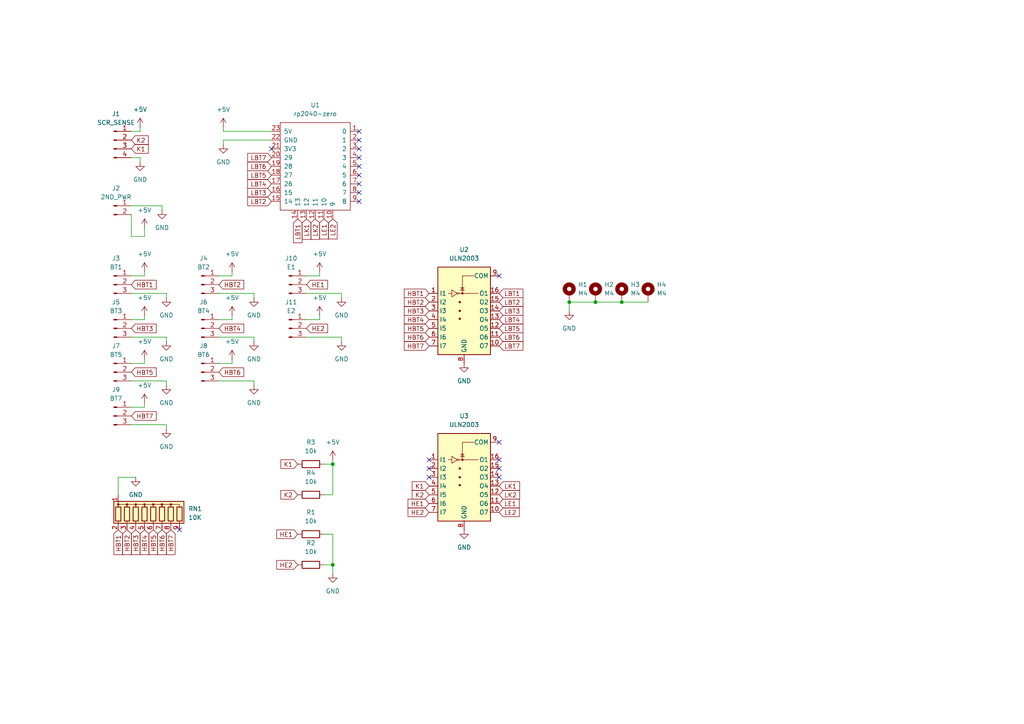
<source format=kicad_sch>
(kicad_sch
	(version 20231120)
	(generator "eeschema")
	(generator_version "8.0")
	(uuid "b836b7e1-9793-4e92-a8aa-97ad9fcd51c5")
	(paper "A4")
	(lib_symbols
		(symbol "Connector:Conn_01x02_Pin"
			(pin_names
				(offset 1.016) hide)
			(exclude_from_sim no)
			(in_bom yes)
			(on_board yes)
			(property "Reference" "J"
				(at 0 2.54 0)
				(effects
					(font
						(size 1.27 1.27)
					)
				)
			)
			(property "Value" "Conn_01x02_Pin"
				(at 0 -5.08 0)
				(effects
					(font
						(size 1.27 1.27)
					)
				)
			)
			(property "Footprint" ""
				(at 0 0 0)
				(effects
					(font
						(size 1.27 1.27)
					)
					(hide yes)
				)
			)
			(property "Datasheet" "~"
				(at 0 0 0)
				(effects
					(font
						(size 1.27 1.27)
					)
					(hide yes)
				)
			)
			(property "Description" "Generic connector, single row, 01x02, script generated"
				(at 0 0 0)
				(effects
					(font
						(size 1.27 1.27)
					)
					(hide yes)
				)
			)
			(property "ki_locked" ""
				(at 0 0 0)
				(effects
					(font
						(size 1.27 1.27)
					)
				)
			)
			(property "ki_keywords" "connector"
				(at 0 0 0)
				(effects
					(font
						(size 1.27 1.27)
					)
					(hide yes)
				)
			)
			(property "ki_fp_filters" "Connector*:*_1x??_*"
				(at 0 0 0)
				(effects
					(font
						(size 1.27 1.27)
					)
					(hide yes)
				)
			)
			(symbol "Conn_01x02_Pin_1_1"
				(polyline
					(pts
						(xy 1.27 -2.54) (xy 0.8636 -2.54)
					)
					(stroke
						(width 0.1524)
						(type default)
					)
					(fill
						(type none)
					)
				)
				(polyline
					(pts
						(xy 1.27 0) (xy 0.8636 0)
					)
					(stroke
						(width 0.1524)
						(type default)
					)
					(fill
						(type none)
					)
				)
				(rectangle
					(start 0.8636 -2.413)
					(end 0 -2.667)
					(stroke
						(width 0.1524)
						(type default)
					)
					(fill
						(type outline)
					)
				)
				(rectangle
					(start 0.8636 0.127)
					(end 0 -0.127)
					(stroke
						(width 0.1524)
						(type default)
					)
					(fill
						(type outline)
					)
				)
				(pin passive line
					(at 5.08 0 180)
					(length 3.81)
					(name "Pin_1"
						(effects
							(font
								(size 1.27 1.27)
							)
						)
					)
					(number "1"
						(effects
							(font
								(size 1.27 1.27)
							)
						)
					)
				)
				(pin passive line
					(at 5.08 -2.54 180)
					(length 3.81)
					(name "Pin_2"
						(effects
							(font
								(size 1.27 1.27)
							)
						)
					)
					(number "2"
						(effects
							(font
								(size 1.27 1.27)
							)
						)
					)
				)
			)
		)
		(symbol "Connector:Conn_01x03_Pin"
			(pin_names
				(offset 1.016) hide)
			(exclude_from_sim no)
			(in_bom yes)
			(on_board yes)
			(property "Reference" "J"
				(at 0 5.08 0)
				(effects
					(font
						(size 1.27 1.27)
					)
				)
			)
			(property "Value" "Conn_01x03_Pin"
				(at 0 -5.08 0)
				(effects
					(font
						(size 1.27 1.27)
					)
				)
			)
			(property "Footprint" ""
				(at 0 0 0)
				(effects
					(font
						(size 1.27 1.27)
					)
					(hide yes)
				)
			)
			(property "Datasheet" "~"
				(at 0 0 0)
				(effects
					(font
						(size 1.27 1.27)
					)
					(hide yes)
				)
			)
			(property "Description" "Generic connector, single row, 01x03, script generated"
				(at 0 0 0)
				(effects
					(font
						(size 1.27 1.27)
					)
					(hide yes)
				)
			)
			(property "ki_locked" ""
				(at 0 0 0)
				(effects
					(font
						(size 1.27 1.27)
					)
				)
			)
			(property "ki_keywords" "connector"
				(at 0 0 0)
				(effects
					(font
						(size 1.27 1.27)
					)
					(hide yes)
				)
			)
			(property "ki_fp_filters" "Connector*:*_1x??_*"
				(at 0 0 0)
				(effects
					(font
						(size 1.27 1.27)
					)
					(hide yes)
				)
			)
			(symbol "Conn_01x03_Pin_1_1"
				(polyline
					(pts
						(xy 1.27 -2.54) (xy 0.8636 -2.54)
					)
					(stroke
						(width 0.1524)
						(type default)
					)
					(fill
						(type none)
					)
				)
				(polyline
					(pts
						(xy 1.27 0) (xy 0.8636 0)
					)
					(stroke
						(width 0.1524)
						(type default)
					)
					(fill
						(type none)
					)
				)
				(polyline
					(pts
						(xy 1.27 2.54) (xy 0.8636 2.54)
					)
					(stroke
						(width 0.1524)
						(type default)
					)
					(fill
						(type none)
					)
				)
				(rectangle
					(start 0.8636 -2.413)
					(end 0 -2.667)
					(stroke
						(width 0.1524)
						(type default)
					)
					(fill
						(type outline)
					)
				)
				(rectangle
					(start 0.8636 0.127)
					(end 0 -0.127)
					(stroke
						(width 0.1524)
						(type default)
					)
					(fill
						(type outline)
					)
				)
				(rectangle
					(start 0.8636 2.667)
					(end 0 2.413)
					(stroke
						(width 0.1524)
						(type default)
					)
					(fill
						(type outline)
					)
				)
				(pin passive line
					(at 5.08 2.54 180)
					(length 3.81)
					(name "Pin_1"
						(effects
							(font
								(size 1.27 1.27)
							)
						)
					)
					(number "1"
						(effects
							(font
								(size 1.27 1.27)
							)
						)
					)
				)
				(pin passive line
					(at 5.08 0 180)
					(length 3.81)
					(name "Pin_2"
						(effects
							(font
								(size 1.27 1.27)
							)
						)
					)
					(number "2"
						(effects
							(font
								(size 1.27 1.27)
							)
						)
					)
				)
				(pin passive line
					(at 5.08 -2.54 180)
					(length 3.81)
					(name "Pin_3"
						(effects
							(font
								(size 1.27 1.27)
							)
						)
					)
					(number "3"
						(effects
							(font
								(size 1.27 1.27)
							)
						)
					)
				)
			)
		)
		(symbol "Connector:Conn_01x04_Pin"
			(pin_names
				(offset 1.016) hide)
			(exclude_from_sim no)
			(in_bom yes)
			(on_board yes)
			(property "Reference" "J"
				(at 0 5.08 0)
				(effects
					(font
						(size 1.27 1.27)
					)
				)
			)
			(property "Value" "Conn_01x04_Pin"
				(at 0 -7.62 0)
				(effects
					(font
						(size 1.27 1.27)
					)
				)
			)
			(property "Footprint" ""
				(at 0 0 0)
				(effects
					(font
						(size 1.27 1.27)
					)
					(hide yes)
				)
			)
			(property "Datasheet" "~"
				(at 0 0 0)
				(effects
					(font
						(size 1.27 1.27)
					)
					(hide yes)
				)
			)
			(property "Description" "Generic connector, single row, 01x04, script generated"
				(at 0 0 0)
				(effects
					(font
						(size 1.27 1.27)
					)
					(hide yes)
				)
			)
			(property "ki_locked" ""
				(at 0 0 0)
				(effects
					(font
						(size 1.27 1.27)
					)
				)
			)
			(property "ki_keywords" "connector"
				(at 0 0 0)
				(effects
					(font
						(size 1.27 1.27)
					)
					(hide yes)
				)
			)
			(property "ki_fp_filters" "Connector*:*_1x??_*"
				(at 0 0 0)
				(effects
					(font
						(size 1.27 1.27)
					)
					(hide yes)
				)
			)
			(symbol "Conn_01x04_Pin_1_1"
				(polyline
					(pts
						(xy 1.27 -5.08) (xy 0.8636 -5.08)
					)
					(stroke
						(width 0.1524)
						(type default)
					)
					(fill
						(type none)
					)
				)
				(polyline
					(pts
						(xy 1.27 -2.54) (xy 0.8636 -2.54)
					)
					(stroke
						(width 0.1524)
						(type default)
					)
					(fill
						(type none)
					)
				)
				(polyline
					(pts
						(xy 1.27 0) (xy 0.8636 0)
					)
					(stroke
						(width 0.1524)
						(type default)
					)
					(fill
						(type none)
					)
				)
				(polyline
					(pts
						(xy 1.27 2.54) (xy 0.8636 2.54)
					)
					(stroke
						(width 0.1524)
						(type default)
					)
					(fill
						(type none)
					)
				)
				(rectangle
					(start 0.8636 -4.953)
					(end 0 -5.207)
					(stroke
						(width 0.1524)
						(type default)
					)
					(fill
						(type outline)
					)
				)
				(rectangle
					(start 0.8636 -2.413)
					(end 0 -2.667)
					(stroke
						(width 0.1524)
						(type default)
					)
					(fill
						(type outline)
					)
				)
				(rectangle
					(start 0.8636 0.127)
					(end 0 -0.127)
					(stroke
						(width 0.1524)
						(type default)
					)
					(fill
						(type outline)
					)
				)
				(rectangle
					(start 0.8636 2.667)
					(end 0 2.413)
					(stroke
						(width 0.1524)
						(type default)
					)
					(fill
						(type outline)
					)
				)
				(pin passive line
					(at 5.08 2.54 180)
					(length 3.81)
					(name "Pin_1"
						(effects
							(font
								(size 1.27 1.27)
							)
						)
					)
					(number "1"
						(effects
							(font
								(size 1.27 1.27)
							)
						)
					)
				)
				(pin passive line
					(at 5.08 0 180)
					(length 3.81)
					(name "Pin_2"
						(effects
							(font
								(size 1.27 1.27)
							)
						)
					)
					(number "2"
						(effects
							(font
								(size 1.27 1.27)
							)
						)
					)
				)
				(pin passive line
					(at 5.08 -2.54 180)
					(length 3.81)
					(name "Pin_3"
						(effects
							(font
								(size 1.27 1.27)
							)
						)
					)
					(number "3"
						(effects
							(font
								(size 1.27 1.27)
							)
						)
					)
				)
				(pin passive line
					(at 5.08 -5.08 180)
					(length 3.81)
					(name "Pin_4"
						(effects
							(font
								(size 1.27 1.27)
							)
						)
					)
					(number "4"
						(effects
							(font
								(size 1.27 1.27)
							)
						)
					)
				)
			)
		)
		(symbol "Device:R"
			(pin_numbers hide)
			(pin_names
				(offset 0)
			)
			(exclude_from_sim no)
			(in_bom yes)
			(on_board yes)
			(property "Reference" "R"
				(at 2.032 0 90)
				(effects
					(font
						(size 1.27 1.27)
					)
				)
			)
			(property "Value" "R"
				(at 0 0 90)
				(effects
					(font
						(size 1.27 1.27)
					)
				)
			)
			(property "Footprint" ""
				(at -1.778 0 90)
				(effects
					(font
						(size 1.27 1.27)
					)
					(hide yes)
				)
			)
			(property "Datasheet" "~"
				(at 0 0 0)
				(effects
					(font
						(size 1.27 1.27)
					)
					(hide yes)
				)
			)
			(property "Description" "Resistor"
				(at 0 0 0)
				(effects
					(font
						(size 1.27 1.27)
					)
					(hide yes)
				)
			)
			(property "ki_keywords" "R res resistor"
				(at 0 0 0)
				(effects
					(font
						(size 1.27 1.27)
					)
					(hide yes)
				)
			)
			(property "ki_fp_filters" "R_*"
				(at 0 0 0)
				(effects
					(font
						(size 1.27 1.27)
					)
					(hide yes)
				)
			)
			(symbol "R_0_1"
				(rectangle
					(start -1.016 -2.54)
					(end 1.016 2.54)
					(stroke
						(width 0.254)
						(type default)
					)
					(fill
						(type none)
					)
				)
			)
			(symbol "R_1_1"
				(pin passive line
					(at 0 3.81 270)
					(length 1.27)
					(name "~"
						(effects
							(font
								(size 1.27 1.27)
							)
						)
					)
					(number "1"
						(effects
							(font
								(size 1.27 1.27)
							)
						)
					)
				)
				(pin passive line
					(at 0 -3.81 90)
					(length 1.27)
					(name "~"
						(effects
							(font
								(size 1.27 1.27)
							)
						)
					)
					(number "2"
						(effects
							(font
								(size 1.27 1.27)
							)
						)
					)
				)
			)
		)
		(symbol "Device:R_Network08"
			(pin_names
				(offset 0) hide)
			(exclude_from_sim no)
			(in_bom yes)
			(on_board yes)
			(property "Reference" "RN"
				(at -12.7 0 90)
				(effects
					(font
						(size 1.27 1.27)
					)
				)
			)
			(property "Value" "R_Network08"
				(at 10.16 0 90)
				(effects
					(font
						(size 1.27 1.27)
					)
				)
			)
			(property "Footprint" "Resistor_THT:R_Array_SIP9"
				(at 12.065 0 90)
				(effects
					(font
						(size 1.27 1.27)
					)
					(hide yes)
				)
			)
			(property "Datasheet" "http://www.vishay.com/docs/31509/csc.pdf"
				(at 0 0 0)
				(effects
					(font
						(size 1.27 1.27)
					)
					(hide yes)
				)
			)
			(property "Description" "8 resistor network, star topology, bussed resistors, small symbol"
				(at 0 0 0)
				(effects
					(font
						(size 1.27 1.27)
					)
					(hide yes)
				)
			)
			(property "ki_keywords" "R network star-topology"
				(at 0 0 0)
				(effects
					(font
						(size 1.27 1.27)
					)
					(hide yes)
				)
			)
			(property "ki_fp_filters" "R?Array?SIP*"
				(at 0 0 0)
				(effects
					(font
						(size 1.27 1.27)
					)
					(hide yes)
				)
			)
			(symbol "R_Network08_0_1"
				(rectangle
					(start -11.43 -3.175)
					(end 8.89 3.175)
					(stroke
						(width 0.254)
						(type default)
					)
					(fill
						(type background)
					)
				)
				(rectangle
					(start -10.922 1.524)
					(end -9.398 -2.54)
					(stroke
						(width 0.254)
						(type default)
					)
					(fill
						(type none)
					)
				)
				(circle
					(center -10.16 2.286)
					(radius 0.254)
					(stroke
						(width 0)
						(type default)
					)
					(fill
						(type outline)
					)
				)
				(rectangle
					(start -8.382 1.524)
					(end -6.858 -2.54)
					(stroke
						(width 0.254)
						(type default)
					)
					(fill
						(type none)
					)
				)
				(circle
					(center -7.62 2.286)
					(radius 0.254)
					(stroke
						(width 0)
						(type default)
					)
					(fill
						(type outline)
					)
				)
				(rectangle
					(start -5.842 1.524)
					(end -4.318 -2.54)
					(stroke
						(width 0.254)
						(type default)
					)
					(fill
						(type none)
					)
				)
				(circle
					(center -5.08 2.286)
					(radius 0.254)
					(stroke
						(width 0)
						(type default)
					)
					(fill
						(type outline)
					)
				)
				(rectangle
					(start -3.302 1.524)
					(end -1.778 -2.54)
					(stroke
						(width 0.254)
						(type default)
					)
					(fill
						(type none)
					)
				)
				(circle
					(center -2.54 2.286)
					(radius 0.254)
					(stroke
						(width 0)
						(type default)
					)
					(fill
						(type outline)
					)
				)
				(rectangle
					(start -0.762 1.524)
					(end 0.762 -2.54)
					(stroke
						(width 0.254)
						(type default)
					)
					(fill
						(type none)
					)
				)
				(polyline
					(pts
						(xy -10.16 -2.54) (xy -10.16 -3.81)
					)
					(stroke
						(width 0)
						(type default)
					)
					(fill
						(type none)
					)
				)
				(polyline
					(pts
						(xy -7.62 -2.54) (xy -7.62 -3.81)
					)
					(stroke
						(width 0)
						(type default)
					)
					(fill
						(type none)
					)
				)
				(polyline
					(pts
						(xy -5.08 -2.54) (xy -5.08 -3.81)
					)
					(stroke
						(width 0)
						(type default)
					)
					(fill
						(type none)
					)
				)
				(polyline
					(pts
						(xy -2.54 -2.54) (xy -2.54 -3.81)
					)
					(stroke
						(width 0)
						(type default)
					)
					(fill
						(type none)
					)
				)
				(polyline
					(pts
						(xy 0 -2.54) (xy 0 -3.81)
					)
					(stroke
						(width 0)
						(type default)
					)
					(fill
						(type none)
					)
				)
				(polyline
					(pts
						(xy 2.54 -2.54) (xy 2.54 -3.81)
					)
					(stroke
						(width 0)
						(type default)
					)
					(fill
						(type none)
					)
				)
				(polyline
					(pts
						(xy 5.08 -2.54) (xy 5.08 -3.81)
					)
					(stroke
						(width 0)
						(type default)
					)
					(fill
						(type none)
					)
				)
				(polyline
					(pts
						(xy 7.62 -2.54) (xy 7.62 -3.81)
					)
					(stroke
						(width 0)
						(type default)
					)
					(fill
						(type none)
					)
				)
				(polyline
					(pts
						(xy -10.16 1.524) (xy -10.16 2.286) (xy -7.62 2.286) (xy -7.62 1.524)
					)
					(stroke
						(width 0)
						(type default)
					)
					(fill
						(type none)
					)
				)
				(polyline
					(pts
						(xy -7.62 1.524) (xy -7.62 2.286) (xy -5.08 2.286) (xy -5.08 1.524)
					)
					(stroke
						(width 0)
						(type default)
					)
					(fill
						(type none)
					)
				)
				(polyline
					(pts
						(xy -5.08 1.524) (xy -5.08 2.286) (xy -2.54 2.286) (xy -2.54 1.524)
					)
					(stroke
						(width 0)
						(type default)
					)
					(fill
						(type none)
					)
				)
				(polyline
					(pts
						(xy -2.54 1.524) (xy -2.54 2.286) (xy 0 2.286) (xy 0 1.524)
					)
					(stroke
						(width 0)
						(type default)
					)
					(fill
						(type none)
					)
				)
				(polyline
					(pts
						(xy 0 1.524) (xy 0 2.286) (xy 2.54 2.286) (xy 2.54 1.524)
					)
					(stroke
						(width 0)
						(type default)
					)
					(fill
						(type none)
					)
				)
				(polyline
					(pts
						(xy 2.54 1.524) (xy 2.54 2.286) (xy 5.08 2.286) (xy 5.08 1.524)
					)
					(stroke
						(width 0)
						(type default)
					)
					(fill
						(type none)
					)
				)
				(polyline
					(pts
						(xy 5.08 1.524) (xy 5.08 2.286) (xy 7.62 2.286) (xy 7.62 1.524)
					)
					(stroke
						(width 0)
						(type default)
					)
					(fill
						(type none)
					)
				)
				(circle
					(center 0 2.286)
					(radius 0.254)
					(stroke
						(width 0)
						(type default)
					)
					(fill
						(type outline)
					)
				)
				(rectangle
					(start 1.778 1.524)
					(end 3.302 -2.54)
					(stroke
						(width 0.254)
						(type default)
					)
					(fill
						(type none)
					)
				)
				(circle
					(center 2.54 2.286)
					(radius 0.254)
					(stroke
						(width 0)
						(type default)
					)
					(fill
						(type outline)
					)
				)
				(rectangle
					(start 4.318 1.524)
					(end 5.842 -2.54)
					(stroke
						(width 0.254)
						(type default)
					)
					(fill
						(type none)
					)
				)
				(circle
					(center 5.08 2.286)
					(radius 0.254)
					(stroke
						(width 0)
						(type default)
					)
					(fill
						(type outline)
					)
				)
				(rectangle
					(start 6.858 1.524)
					(end 8.382 -2.54)
					(stroke
						(width 0.254)
						(type default)
					)
					(fill
						(type none)
					)
				)
			)
			(symbol "R_Network08_1_1"
				(pin passive line
					(at -10.16 5.08 270)
					(length 2.54)
					(name "common"
						(effects
							(font
								(size 1.27 1.27)
							)
						)
					)
					(number "1"
						(effects
							(font
								(size 1.27 1.27)
							)
						)
					)
				)
				(pin passive line
					(at -10.16 -5.08 90)
					(length 1.27)
					(name "R1"
						(effects
							(font
								(size 1.27 1.27)
							)
						)
					)
					(number "2"
						(effects
							(font
								(size 1.27 1.27)
							)
						)
					)
				)
				(pin passive line
					(at -7.62 -5.08 90)
					(length 1.27)
					(name "R2"
						(effects
							(font
								(size 1.27 1.27)
							)
						)
					)
					(number "3"
						(effects
							(font
								(size 1.27 1.27)
							)
						)
					)
				)
				(pin passive line
					(at -5.08 -5.08 90)
					(length 1.27)
					(name "R3"
						(effects
							(font
								(size 1.27 1.27)
							)
						)
					)
					(number "4"
						(effects
							(font
								(size 1.27 1.27)
							)
						)
					)
				)
				(pin passive line
					(at -2.54 -5.08 90)
					(length 1.27)
					(name "R4"
						(effects
							(font
								(size 1.27 1.27)
							)
						)
					)
					(number "5"
						(effects
							(font
								(size 1.27 1.27)
							)
						)
					)
				)
				(pin passive line
					(at 0 -5.08 90)
					(length 1.27)
					(name "R5"
						(effects
							(font
								(size 1.27 1.27)
							)
						)
					)
					(number "6"
						(effects
							(font
								(size 1.27 1.27)
							)
						)
					)
				)
				(pin passive line
					(at 2.54 -5.08 90)
					(length 1.27)
					(name "R6"
						(effects
							(font
								(size 1.27 1.27)
							)
						)
					)
					(number "7"
						(effects
							(font
								(size 1.27 1.27)
							)
						)
					)
				)
				(pin passive line
					(at 5.08 -5.08 90)
					(length 1.27)
					(name "R7"
						(effects
							(font
								(size 1.27 1.27)
							)
						)
					)
					(number "8"
						(effects
							(font
								(size 1.27 1.27)
							)
						)
					)
				)
				(pin passive line
					(at 7.62 -5.08 90)
					(length 1.27)
					(name "R8"
						(effects
							(font
								(size 1.27 1.27)
							)
						)
					)
					(number "9"
						(effects
							(font
								(size 1.27 1.27)
							)
						)
					)
				)
			)
		)
		(symbol "Mechanical:MountingHole_Pad"
			(pin_numbers hide)
			(pin_names
				(offset 1.016) hide)
			(exclude_from_sim yes)
			(in_bom no)
			(on_board yes)
			(property "Reference" "H"
				(at 0 6.35 0)
				(effects
					(font
						(size 1.27 1.27)
					)
				)
			)
			(property "Value" "MountingHole_Pad"
				(at 0 4.445 0)
				(effects
					(font
						(size 1.27 1.27)
					)
				)
			)
			(property "Footprint" ""
				(at 0 0 0)
				(effects
					(font
						(size 1.27 1.27)
					)
					(hide yes)
				)
			)
			(property "Datasheet" "~"
				(at 0 0 0)
				(effects
					(font
						(size 1.27 1.27)
					)
					(hide yes)
				)
			)
			(property "Description" "Mounting Hole with connection"
				(at 0 0 0)
				(effects
					(font
						(size 1.27 1.27)
					)
					(hide yes)
				)
			)
			(property "ki_keywords" "mounting hole"
				(at 0 0 0)
				(effects
					(font
						(size 1.27 1.27)
					)
					(hide yes)
				)
			)
			(property "ki_fp_filters" "MountingHole*Pad*"
				(at 0 0 0)
				(effects
					(font
						(size 1.27 1.27)
					)
					(hide yes)
				)
			)
			(symbol "MountingHole_Pad_0_1"
				(circle
					(center 0 1.27)
					(radius 1.27)
					(stroke
						(width 1.27)
						(type default)
					)
					(fill
						(type none)
					)
				)
			)
			(symbol "MountingHole_Pad_1_1"
				(pin input line
					(at 0 -2.54 90)
					(length 2.54)
					(name "1"
						(effects
							(font
								(size 1.27 1.27)
							)
						)
					)
					(number "1"
						(effects
							(font
								(size 1.27 1.27)
							)
						)
					)
				)
			)
		)
		(symbol "Transistor_Array:ULN2003"
			(exclude_from_sim no)
			(in_bom yes)
			(on_board yes)
			(property "Reference" "U"
				(at 0 15.875 0)
				(effects
					(font
						(size 1.27 1.27)
					)
				)
			)
			(property "Value" "ULN2003"
				(at 0 13.97 0)
				(effects
					(font
						(size 1.27 1.27)
					)
				)
			)
			(property "Footprint" ""
				(at 1.27 -13.97 0)
				(effects
					(font
						(size 1.27 1.27)
					)
					(justify left)
					(hide yes)
				)
			)
			(property "Datasheet" "http://www.ti.com/lit/ds/symlink/uln2003a.pdf"
				(at 2.54 -5.08 0)
				(effects
					(font
						(size 1.27 1.27)
					)
					(hide yes)
				)
			)
			(property "Description" "High Voltage, High Current Darlington Transistor Arrays, SOIC16/SOIC16W/DIP16/TSSOP16"
				(at 0 0 0)
				(effects
					(font
						(size 1.27 1.27)
					)
					(hide yes)
				)
			)
			(property "ki_keywords" "darlington transistor array"
				(at 0 0 0)
				(effects
					(font
						(size 1.27 1.27)
					)
					(hide yes)
				)
			)
			(property "ki_fp_filters" "DIP*W7.62mm* SOIC*3.9x9.9mm*P1.27mm* SSOP*4.4x5.2mm*P0.65mm* TSSOP*4.4x5mm*P0.65mm* SOIC*W*5.3x10.2mm*P1.27mm*"
				(at 0 0 0)
				(effects
					(font
						(size 1.27 1.27)
					)
					(hide yes)
				)
			)
			(symbol "ULN2003_0_1"
				(rectangle
					(start -7.62 -12.7)
					(end 7.62 12.7)
					(stroke
						(width 0.254)
						(type default)
					)
					(fill
						(type background)
					)
				)
				(circle
					(center -1.778 5.08)
					(radius 0.254)
					(stroke
						(width 0)
						(type default)
					)
					(fill
						(type none)
					)
				)
				(circle
					(center -1.27 -2.286)
					(radius 0.254)
					(stroke
						(width 0)
						(type default)
					)
					(fill
						(type outline)
					)
				)
				(circle
					(center -1.27 0)
					(radius 0.254)
					(stroke
						(width 0)
						(type default)
					)
					(fill
						(type outline)
					)
				)
				(circle
					(center -1.27 2.54)
					(radius 0.254)
					(stroke
						(width 0)
						(type default)
					)
					(fill
						(type outline)
					)
				)
				(circle
					(center -0.508 5.08)
					(radius 0.254)
					(stroke
						(width 0)
						(type default)
					)
					(fill
						(type outline)
					)
				)
				(polyline
					(pts
						(xy -4.572 5.08) (xy -3.556 5.08)
					)
					(stroke
						(width 0)
						(type default)
					)
					(fill
						(type none)
					)
				)
				(polyline
					(pts
						(xy -1.524 5.08) (xy 4.064 5.08)
					)
					(stroke
						(width 0)
						(type default)
					)
					(fill
						(type none)
					)
				)
				(polyline
					(pts
						(xy 0 6.731) (xy -1.016 6.731)
					)
					(stroke
						(width 0)
						(type default)
					)
					(fill
						(type none)
					)
				)
				(polyline
					(pts
						(xy -0.508 5.08) (xy -0.508 10.16) (xy 2.921 10.16)
					)
					(stroke
						(width 0)
						(type default)
					)
					(fill
						(type none)
					)
				)
				(polyline
					(pts
						(xy -3.556 6.096) (xy -3.556 4.064) (xy -2.032 5.08) (xy -3.556 6.096)
					)
					(stroke
						(width 0)
						(type default)
					)
					(fill
						(type none)
					)
				)
				(polyline
					(pts
						(xy 0 5.969) (xy -1.016 5.969) (xy -0.508 6.731) (xy 0 5.969)
					)
					(stroke
						(width 0)
						(type default)
					)
					(fill
						(type none)
					)
				)
			)
			(symbol "ULN2003_1_1"
				(pin input line
					(at -10.16 5.08 0)
					(length 2.54)
					(name "I1"
						(effects
							(font
								(size 1.27 1.27)
							)
						)
					)
					(number "1"
						(effects
							(font
								(size 1.27 1.27)
							)
						)
					)
				)
				(pin open_collector line
					(at 10.16 -10.16 180)
					(length 2.54)
					(name "O7"
						(effects
							(font
								(size 1.27 1.27)
							)
						)
					)
					(number "10"
						(effects
							(font
								(size 1.27 1.27)
							)
						)
					)
				)
				(pin open_collector line
					(at 10.16 -7.62 180)
					(length 2.54)
					(name "O6"
						(effects
							(font
								(size 1.27 1.27)
							)
						)
					)
					(number "11"
						(effects
							(font
								(size 1.27 1.27)
							)
						)
					)
				)
				(pin open_collector line
					(at 10.16 -5.08 180)
					(length 2.54)
					(name "O5"
						(effects
							(font
								(size 1.27 1.27)
							)
						)
					)
					(number "12"
						(effects
							(font
								(size 1.27 1.27)
							)
						)
					)
				)
				(pin open_collector line
					(at 10.16 -2.54 180)
					(length 2.54)
					(name "O4"
						(effects
							(font
								(size 1.27 1.27)
							)
						)
					)
					(number "13"
						(effects
							(font
								(size 1.27 1.27)
							)
						)
					)
				)
				(pin open_collector line
					(at 10.16 0 180)
					(length 2.54)
					(name "O3"
						(effects
							(font
								(size 1.27 1.27)
							)
						)
					)
					(number "14"
						(effects
							(font
								(size 1.27 1.27)
							)
						)
					)
				)
				(pin open_collector line
					(at 10.16 2.54 180)
					(length 2.54)
					(name "O2"
						(effects
							(font
								(size 1.27 1.27)
							)
						)
					)
					(number "15"
						(effects
							(font
								(size 1.27 1.27)
							)
						)
					)
				)
				(pin open_collector line
					(at 10.16 5.08 180)
					(length 2.54)
					(name "O1"
						(effects
							(font
								(size 1.27 1.27)
							)
						)
					)
					(number "16"
						(effects
							(font
								(size 1.27 1.27)
							)
						)
					)
				)
				(pin input line
					(at -10.16 2.54 0)
					(length 2.54)
					(name "I2"
						(effects
							(font
								(size 1.27 1.27)
							)
						)
					)
					(number "2"
						(effects
							(font
								(size 1.27 1.27)
							)
						)
					)
				)
				(pin input line
					(at -10.16 0 0)
					(length 2.54)
					(name "I3"
						(effects
							(font
								(size 1.27 1.27)
							)
						)
					)
					(number "3"
						(effects
							(font
								(size 1.27 1.27)
							)
						)
					)
				)
				(pin input line
					(at -10.16 -2.54 0)
					(length 2.54)
					(name "I4"
						(effects
							(font
								(size 1.27 1.27)
							)
						)
					)
					(number "4"
						(effects
							(font
								(size 1.27 1.27)
							)
						)
					)
				)
				(pin input line
					(at -10.16 -5.08 0)
					(length 2.54)
					(name "I5"
						(effects
							(font
								(size 1.27 1.27)
							)
						)
					)
					(number "5"
						(effects
							(font
								(size 1.27 1.27)
							)
						)
					)
				)
				(pin input line
					(at -10.16 -7.62 0)
					(length 2.54)
					(name "I6"
						(effects
							(font
								(size 1.27 1.27)
							)
						)
					)
					(number "6"
						(effects
							(font
								(size 1.27 1.27)
							)
						)
					)
				)
				(pin input line
					(at -10.16 -10.16 0)
					(length 2.54)
					(name "I7"
						(effects
							(font
								(size 1.27 1.27)
							)
						)
					)
					(number "7"
						(effects
							(font
								(size 1.27 1.27)
							)
						)
					)
				)
				(pin power_in line
					(at 0 -15.24 90)
					(length 2.54)
					(name "GND"
						(effects
							(font
								(size 1.27 1.27)
							)
						)
					)
					(number "8"
						(effects
							(font
								(size 1.27 1.27)
							)
						)
					)
				)
				(pin passive line
					(at 10.16 10.16 180)
					(length 2.54)
					(name "COM"
						(effects
							(font
								(size 1.27 1.27)
							)
						)
					)
					(number "9"
						(effects
							(font
								(size 1.27 1.27)
							)
						)
					)
				)
			)
		)
		(symbol "mcu:rp2040-zero"
			(pin_names
				(offset 1.016)
			)
			(exclude_from_sim no)
			(in_bom yes)
			(on_board yes)
			(property "Reference" "U"
				(at 0 15.24 0)
				(effects
					(font
						(size 1.27 1.27)
					)
				)
			)
			(property "Value" "rp2040-zero"
				(at 0 12.7 0)
				(effects
					(font
						(size 1.27 1.27)
					)
				)
			)
			(property "Footprint" ""
				(at -8.89 5.08 0)
				(effects
					(font
						(size 1.27 1.27)
					)
					(hide yes)
				)
			)
			(property "Datasheet" ""
				(at -8.89 5.08 0)
				(effects
					(font
						(size 1.27 1.27)
					)
					(hide yes)
				)
			)
			(property "Description" ""
				(at 0 0 0)
				(effects
					(font
						(size 1.27 1.27)
					)
					(hide yes)
				)
			)
			(symbol "rp2040-zero_0_1"
				(rectangle
					(start -10.16 11.43)
					(end 10.16 -13.97)
					(stroke
						(width 0)
						(type default)
					)
					(fill
						(type none)
					)
				)
			)
			(symbol "rp2040-zero_1_1"
				(pin bidirectional line
					(at 12.7 8.89 180)
					(length 2.54)
					(name "0"
						(effects
							(font
								(size 1.27 1.27)
							)
						)
					)
					(number "1"
						(effects
							(font
								(size 1.27 1.27)
							)
						)
					)
				)
				(pin bidirectional line
					(at 5.08 -16.51 90)
					(length 2.54)
					(name "9"
						(effects
							(font
								(size 1.27 1.27)
							)
						)
					)
					(number "10"
						(effects
							(font
								(size 1.27 1.27)
							)
						)
					)
				)
				(pin bidirectional line
					(at 2.54 -16.51 90)
					(length 2.54)
					(name "10"
						(effects
							(font
								(size 1.27 1.27)
							)
						)
					)
					(number "11"
						(effects
							(font
								(size 1.27 1.27)
							)
						)
					)
				)
				(pin bidirectional line
					(at 0 -16.51 90)
					(length 2.54)
					(name "11"
						(effects
							(font
								(size 1.27 1.27)
							)
						)
					)
					(number "12"
						(effects
							(font
								(size 1.27 1.27)
							)
						)
					)
				)
				(pin bidirectional line
					(at -2.54 -16.51 90)
					(length 2.54)
					(name "12"
						(effects
							(font
								(size 1.27 1.27)
							)
						)
					)
					(number "13"
						(effects
							(font
								(size 1.27 1.27)
							)
						)
					)
				)
				(pin bidirectional line
					(at -5.08 -16.51 90)
					(length 2.54)
					(name "13"
						(effects
							(font
								(size 1.27 1.27)
							)
						)
					)
					(number "14"
						(effects
							(font
								(size 1.27 1.27)
							)
						)
					)
				)
				(pin bidirectional line
					(at -12.7 -11.43 0)
					(length 2.54)
					(name "14"
						(effects
							(font
								(size 1.27 1.27)
							)
						)
					)
					(number "15"
						(effects
							(font
								(size 1.27 1.27)
							)
						)
					)
				)
				(pin bidirectional line
					(at -12.7 -8.89 0)
					(length 2.54)
					(name "15"
						(effects
							(font
								(size 1.27 1.27)
							)
						)
					)
					(number "16"
						(effects
							(font
								(size 1.27 1.27)
							)
						)
					)
				)
				(pin bidirectional line
					(at -12.7 -6.35 0)
					(length 2.54)
					(name "26"
						(effects
							(font
								(size 1.27 1.27)
							)
						)
					)
					(number "17"
						(effects
							(font
								(size 1.27 1.27)
							)
						)
					)
				)
				(pin bidirectional line
					(at -12.7 -3.81 0)
					(length 2.54)
					(name "27"
						(effects
							(font
								(size 1.27 1.27)
							)
						)
					)
					(number "18"
						(effects
							(font
								(size 1.27 1.27)
							)
						)
					)
				)
				(pin bidirectional line
					(at -12.7 -1.27 0)
					(length 2.54)
					(name "28"
						(effects
							(font
								(size 1.27 1.27)
							)
						)
					)
					(number "19"
						(effects
							(font
								(size 1.27 1.27)
							)
						)
					)
				)
				(pin bidirectional line
					(at 12.7 6.35 180)
					(length 2.54)
					(name "1"
						(effects
							(font
								(size 1.27 1.27)
							)
						)
					)
					(number "2"
						(effects
							(font
								(size 1.27 1.27)
							)
						)
					)
				)
				(pin bidirectional line
					(at -12.7 1.27 0)
					(length 2.54)
					(name "29"
						(effects
							(font
								(size 1.27 1.27)
							)
						)
					)
					(number "20"
						(effects
							(font
								(size 1.27 1.27)
							)
						)
					)
				)
				(pin power_out line
					(at -12.7 3.81 0)
					(length 2.54)
					(name "3V3"
						(effects
							(font
								(size 1.27 1.27)
							)
						)
					)
					(number "21"
						(effects
							(font
								(size 1.27 1.27)
							)
						)
					)
				)
				(pin power_out line
					(at -12.7 6.35 0)
					(length 2.54)
					(name "GND"
						(effects
							(font
								(size 1.27 1.27)
							)
						)
					)
					(number "22"
						(effects
							(font
								(size 1.27 1.27)
							)
						)
					)
				)
				(pin power_out line
					(at -12.7 8.89 0)
					(length 2.54)
					(name "5V"
						(effects
							(font
								(size 1.27 1.27)
							)
						)
					)
					(number "23"
						(effects
							(font
								(size 1.27 1.27)
							)
						)
					)
				)
				(pin bidirectional line
					(at 12.7 3.81 180)
					(length 2.54)
					(name "2"
						(effects
							(font
								(size 1.27 1.27)
							)
						)
					)
					(number "3"
						(effects
							(font
								(size 1.27 1.27)
							)
						)
					)
				)
				(pin bidirectional line
					(at 12.7 1.27 180)
					(length 2.54)
					(name "3"
						(effects
							(font
								(size 1.27 1.27)
							)
						)
					)
					(number "4"
						(effects
							(font
								(size 1.27 1.27)
							)
						)
					)
				)
				(pin bidirectional line
					(at 12.7 -1.27 180)
					(length 2.54)
					(name "4"
						(effects
							(font
								(size 1.27 1.27)
							)
						)
					)
					(number "5"
						(effects
							(font
								(size 1.27 1.27)
							)
						)
					)
				)
				(pin bidirectional line
					(at 12.7 -3.81 180)
					(length 2.54)
					(name "5"
						(effects
							(font
								(size 1.27 1.27)
							)
						)
					)
					(number "6"
						(effects
							(font
								(size 1.27 1.27)
							)
						)
					)
				)
				(pin bidirectional line
					(at 12.7 -6.35 180)
					(length 2.54)
					(name "6"
						(effects
							(font
								(size 1.27 1.27)
							)
						)
					)
					(number "7"
						(effects
							(font
								(size 1.27 1.27)
							)
						)
					)
				)
				(pin bidirectional line
					(at 12.7 -8.89 180)
					(length 2.54)
					(name "7"
						(effects
							(font
								(size 1.27 1.27)
							)
						)
					)
					(number "8"
						(effects
							(font
								(size 1.27 1.27)
							)
						)
					)
				)
				(pin bidirectional line
					(at 12.7 -11.43 180)
					(length 2.54)
					(name "8"
						(effects
							(font
								(size 1.27 1.27)
							)
						)
					)
					(number "9"
						(effects
							(font
								(size 1.27 1.27)
							)
						)
					)
				)
			)
		)
		(symbol "power:+5V"
			(power)
			(pin_numbers hide)
			(pin_names
				(offset 0) hide)
			(exclude_from_sim no)
			(in_bom yes)
			(on_board yes)
			(property "Reference" "#PWR"
				(at 0 -3.81 0)
				(effects
					(font
						(size 1.27 1.27)
					)
					(hide yes)
				)
			)
			(property "Value" "+5V"
				(at 0 3.556 0)
				(effects
					(font
						(size 1.27 1.27)
					)
				)
			)
			(property "Footprint" ""
				(at 0 0 0)
				(effects
					(font
						(size 1.27 1.27)
					)
					(hide yes)
				)
			)
			(property "Datasheet" ""
				(at 0 0 0)
				(effects
					(font
						(size 1.27 1.27)
					)
					(hide yes)
				)
			)
			(property "Description" "Power symbol creates a global label with name \"+5V\""
				(at 0 0 0)
				(effects
					(font
						(size 1.27 1.27)
					)
					(hide yes)
				)
			)
			(property "ki_keywords" "global power"
				(at 0 0 0)
				(effects
					(font
						(size 1.27 1.27)
					)
					(hide yes)
				)
			)
			(symbol "+5V_0_1"
				(polyline
					(pts
						(xy -0.762 1.27) (xy 0 2.54)
					)
					(stroke
						(width 0)
						(type default)
					)
					(fill
						(type none)
					)
				)
				(polyline
					(pts
						(xy 0 0) (xy 0 2.54)
					)
					(stroke
						(width 0)
						(type default)
					)
					(fill
						(type none)
					)
				)
				(polyline
					(pts
						(xy 0 2.54) (xy 0.762 1.27)
					)
					(stroke
						(width 0)
						(type default)
					)
					(fill
						(type none)
					)
				)
			)
			(symbol "+5V_1_1"
				(pin power_in line
					(at 0 0 90)
					(length 0)
					(name "~"
						(effects
							(font
								(size 1.27 1.27)
							)
						)
					)
					(number "1"
						(effects
							(font
								(size 1.27 1.27)
							)
						)
					)
				)
			)
		)
		(symbol "power:GND"
			(power)
			(pin_numbers hide)
			(pin_names
				(offset 0) hide)
			(exclude_from_sim no)
			(in_bom yes)
			(on_board yes)
			(property "Reference" "#PWR"
				(at 0 -6.35 0)
				(effects
					(font
						(size 1.27 1.27)
					)
					(hide yes)
				)
			)
			(property "Value" "GND"
				(at 0 -3.81 0)
				(effects
					(font
						(size 1.27 1.27)
					)
				)
			)
			(property "Footprint" ""
				(at 0 0 0)
				(effects
					(font
						(size 1.27 1.27)
					)
					(hide yes)
				)
			)
			(property "Datasheet" ""
				(at 0 0 0)
				(effects
					(font
						(size 1.27 1.27)
					)
					(hide yes)
				)
			)
			(property "Description" "Power symbol creates a global label with name \"GND\" , ground"
				(at 0 0 0)
				(effects
					(font
						(size 1.27 1.27)
					)
					(hide yes)
				)
			)
			(property "ki_keywords" "global power"
				(at 0 0 0)
				(effects
					(font
						(size 1.27 1.27)
					)
					(hide yes)
				)
			)
			(symbol "GND_0_1"
				(polyline
					(pts
						(xy 0 0) (xy 0 -1.27) (xy 1.27 -1.27) (xy 0 -2.54) (xy -1.27 -1.27) (xy 0 -1.27)
					)
					(stroke
						(width 0)
						(type default)
					)
					(fill
						(type none)
					)
				)
			)
			(symbol "GND_1_1"
				(pin power_in line
					(at 0 0 270)
					(length 0)
					(name "~"
						(effects
							(font
								(size 1.27 1.27)
							)
						)
					)
					(number "1"
						(effects
							(font
								(size 1.27 1.27)
							)
						)
					)
				)
			)
		)
	)
	(junction
		(at 96.52 134.62)
		(diameter 0)
		(color 0 0 0 0)
		(uuid "7e0492bb-a7c8-40f2-9870-a20e509c7d44")
	)
	(junction
		(at 180.34 87.63)
		(diameter 0)
		(color 0 0 0 0)
		(uuid "949aa688-8e84-402d-bd5c-96b8b7211378")
	)
	(junction
		(at 172.72 87.63)
		(diameter 0)
		(color 0 0 0 0)
		(uuid "a0d40bbf-3d1d-40c5-9b0d-85bace1e86fc")
	)
	(junction
		(at 96.52 163.83)
		(diameter 0)
		(color 0 0 0 0)
		(uuid "cd181738-b03e-49dc-9ea3-0ef19d23af1e")
	)
	(junction
		(at 165.1 87.63)
		(diameter 0)
		(color 0 0 0 0)
		(uuid "e43a8857-ec4b-461c-a239-a2fcb7c51e82")
	)
	(no_connect
		(at 104.14 48.26)
		(uuid "050c2f4d-582e-4cc5-bf9f-56eeb7e12205")
	)
	(no_connect
		(at 104.14 40.64)
		(uuid "1813afb4-e1c4-453a-8a38-71a8332fe535")
	)
	(no_connect
		(at 104.14 38.1)
		(uuid "296e7bbb-aafd-42d6-bdf5-c50f86c4cf77")
	)
	(no_connect
		(at 104.14 53.34)
		(uuid "441548ce-1108-417d-8e28-949ee3cb1b89")
	)
	(no_connect
		(at 104.14 50.8)
		(uuid "4574f2e7-66e5-47a5-9e59-f45dfd90aa4a")
	)
	(no_connect
		(at 144.78 133.35)
		(uuid "559db4e1-4959-4fa3-9a89-63fdc440081c")
	)
	(no_connect
		(at 124.46 135.89)
		(uuid "5d388472-2b67-4727-bda7-b1fbaf0473f6")
	)
	(no_connect
		(at 124.46 133.35)
		(uuid "633e1f20-3fe4-4e86-a3c8-818d91bd396b")
	)
	(no_connect
		(at 144.78 138.43)
		(uuid "749e257a-f05e-4db1-9614-1d3819bc8fac")
	)
	(no_connect
		(at 144.78 80.01)
		(uuid "79568603-b259-43c1-9ec5-3100584638bb")
	)
	(no_connect
		(at 104.14 43.18)
		(uuid "80f8e5b1-f225-4b46-870a-e5d0ca6d5bb6")
	)
	(no_connect
		(at 52.07 153.67)
		(uuid "88cc85a1-368a-45f9-bb16-ae401e906205")
	)
	(no_connect
		(at 104.14 58.42)
		(uuid "9050abd1-c61a-4f9b-bac7-27baa320d328")
	)
	(no_connect
		(at 144.78 135.89)
		(uuid "914f26f2-0157-4a40-804f-da1300e385a7")
	)
	(no_connect
		(at 104.14 55.88)
		(uuid "a423400f-be08-4222-ae5e-1b544f0fbe45")
	)
	(no_connect
		(at 104.14 45.72)
		(uuid "bada27b3-1176-43a9-b036-71391ff12092")
	)
	(no_connect
		(at 124.46 138.43)
		(uuid "e63315de-33b1-40f8-9df5-3f87ae953a73")
	)
	(no_connect
		(at 144.78 128.27)
		(uuid "f0b6e7d3-f20a-4869-93a8-91b3a06d9389")
	)
	(no_connect
		(at 78.74 43.18)
		(uuid "f13327a2-262e-49d4-b0ff-a7fc6f97c0e6")
	)
	(wire
		(pts
			(xy 99.06 85.09) (xy 99.06 86.36)
		)
		(stroke
			(width 0)
			(type default)
		)
		(uuid "033a249e-fc90-48da-9831-c70250a75a7f")
	)
	(wire
		(pts
			(xy 38.1 45.72) (xy 40.64 45.72)
		)
		(stroke
			(width 0)
			(type default)
		)
		(uuid "0968e4b6-a54c-426c-8dc2-f343a278ea5c")
	)
	(wire
		(pts
			(xy 172.72 87.63) (xy 180.34 87.63)
		)
		(stroke
			(width 0)
			(type default)
		)
		(uuid "0f538a7b-0cbc-4bac-a033-ff105c6df8dc")
	)
	(wire
		(pts
			(xy 41.91 68.58) (xy 41.91 66.04)
		)
		(stroke
			(width 0)
			(type default)
		)
		(uuid "10fbfc27-0f31-4548-ad6a-e3d414514bc9")
	)
	(wire
		(pts
			(xy 48.26 97.79) (xy 38.1 97.79)
		)
		(stroke
			(width 0)
			(type default)
		)
		(uuid "1ac44916-7982-4d26-8234-077d77f64c3a")
	)
	(wire
		(pts
			(xy 41.91 118.11) (xy 41.91 116.84)
		)
		(stroke
			(width 0)
			(type default)
		)
		(uuid "219f4e7e-c212-4f65-9576-467ce0ce23fa")
	)
	(wire
		(pts
			(xy 41.91 92.71) (xy 41.91 91.44)
		)
		(stroke
			(width 0)
			(type default)
		)
		(uuid "25cf02df-7cd0-40c6-b4ed-289efc1412ca")
	)
	(wire
		(pts
			(xy 48.26 110.49) (xy 38.1 110.49)
		)
		(stroke
			(width 0)
			(type default)
		)
		(uuid "2fc7115e-6b74-451e-9866-340128382aad")
	)
	(wire
		(pts
			(xy 48.26 123.19) (xy 38.1 123.19)
		)
		(stroke
			(width 0)
			(type default)
		)
		(uuid "3297a68e-2aa7-4c86-817c-24c716e78dff")
	)
	(wire
		(pts
			(xy 73.66 110.49) (xy 73.66 111.76)
		)
		(stroke
			(width 0)
			(type default)
		)
		(uuid "3530b93f-aa42-4efe-b682-f1bbb7b147bc")
	)
	(wire
		(pts
			(xy 92.71 80.01) (xy 92.71 78.74)
		)
		(stroke
			(width 0)
			(type default)
		)
		(uuid "35bdeb5f-6e98-487f-85c7-9f4902ddde18")
	)
	(wire
		(pts
			(xy 165.1 87.63) (xy 165.1 90.17)
		)
		(stroke
			(width 0)
			(type default)
		)
		(uuid "363ce45d-7182-4dd5-b3e1-221bf5b9acb3")
	)
	(wire
		(pts
			(xy 34.29 143.51) (xy 34.29 138.43)
		)
		(stroke
			(width 0)
			(type default)
		)
		(uuid "36845763-7d9c-4d6f-bdab-99400d46fa11")
	)
	(wire
		(pts
			(xy 63.5 105.41) (xy 67.31 105.41)
		)
		(stroke
			(width 0)
			(type default)
		)
		(uuid "3a6a06b0-8acd-404b-8f32-ec8915fdfd67")
	)
	(wire
		(pts
			(xy 38.1 105.41) (xy 41.91 105.41)
		)
		(stroke
			(width 0)
			(type default)
		)
		(uuid "3b25d8e5-4580-447e-9f66-776dd1be60ed")
	)
	(wire
		(pts
			(xy 48.26 123.19) (xy 48.26 124.46)
		)
		(stroke
			(width 0)
			(type default)
		)
		(uuid "43e4c3bd-5965-4c14-8b63-230ac10d2490")
	)
	(wire
		(pts
			(xy 38.1 68.58) (xy 41.91 68.58)
		)
		(stroke
			(width 0)
			(type default)
		)
		(uuid "454d5c4d-edd9-4fa7-9ea8-b0a333f7629f")
	)
	(wire
		(pts
			(xy 73.66 85.09) (xy 73.66 86.36)
		)
		(stroke
			(width 0)
			(type default)
		)
		(uuid "4badaea5-fd4e-42bf-bf80-5153cec02ab7")
	)
	(wire
		(pts
			(xy 40.64 45.72) (xy 40.64 46.99)
		)
		(stroke
			(width 0)
			(type default)
		)
		(uuid "4f0bc0d8-f57b-4167-b891-a988d7d6186b")
	)
	(wire
		(pts
			(xy 48.26 85.09) (xy 38.1 85.09)
		)
		(stroke
			(width 0)
			(type default)
		)
		(uuid "52249421-ce38-4860-96ea-e3084f0a39c7")
	)
	(wire
		(pts
			(xy 96.52 134.62) (xy 96.52 143.51)
		)
		(stroke
			(width 0)
			(type default)
		)
		(uuid "6952da6e-c87b-4414-923f-10c3baef7cac")
	)
	(wire
		(pts
			(xy 73.66 85.09) (xy 63.5 85.09)
		)
		(stroke
			(width 0)
			(type default)
		)
		(uuid "69c38083-a04d-4aad-b142-ad5f09a1d0d3")
	)
	(wire
		(pts
			(xy 63.5 92.71) (xy 67.31 92.71)
		)
		(stroke
			(width 0)
			(type default)
		)
		(uuid "6d7ce794-2a34-4f91-a7d3-7d7cfcc34ba5")
	)
	(wire
		(pts
			(xy 73.66 97.79) (xy 73.66 99.06)
		)
		(stroke
			(width 0)
			(type default)
		)
		(uuid "7146286f-041a-49cd-8a69-0309b467bdec")
	)
	(wire
		(pts
			(xy 64.77 38.1) (xy 64.77 36.83)
		)
		(stroke
			(width 0)
			(type default)
		)
		(uuid "73f74a28-9b96-43e1-b887-9dc9acb4b9fc")
	)
	(wire
		(pts
			(xy 38.1 92.71) (xy 41.91 92.71)
		)
		(stroke
			(width 0)
			(type default)
		)
		(uuid "7769d0ab-ecc8-4e24-b646-56731d706673")
	)
	(wire
		(pts
			(xy 99.06 97.79) (xy 88.9 97.79)
		)
		(stroke
			(width 0)
			(type default)
		)
		(uuid "78a36235-1288-433a-b9c6-53c810ec64c2")
	)
	(wire
		(pts
			(xy 48.26 110.49) (xy 48.26 111.76)
		)
		(stroke
			(width 0)
			(type default)
		)
		(uuid "7aba53fa-7c7e-4193-b4df-529295797b21")
	)
	(wire
		(pts
			(xy 41.91 80.01) (xy 41.91 78.74)
		)
		(stroke
			(width 0)
			(type default)
		)
		(uuid "80c48f1b-33ce-4d14-b6ba-543857501110")
	)
	(wire
		(pts
			(xy 93.98 163.83) (xy 96.52 163.83)
		)
		(stroke
			(width 0)
			(type default)
		)
		(uuid "86dcf3be-b922-454a-83b2-48711a6ffdb3")
	)
	(wire
		(pts
			(xy 165.1 87.63) (xy 172.72 87.63)
		)
		(stroke
			(width 0)
			(type default)
		)
		(uuid "8a855ed8-c642-47ee-b89a-9be35adb061f")
	)
	(wire
		(pts
			(xy 78.74 40.64) (xy 64.77 40.64)
		)
		(stroke
			(width 0)
			(type default)
		)
		(uuid "91706ddf-db85-4070-bf0e-35d38bfcd286")
	)
	(wire
		(pts
			(xy 96.52 163.83) (xy 96.52 166.37)
		)
		(stroke
			(width 0)
			(type default)
		)
		(uuid "93018d62-308a-41d4-aa4c-004bbf8d5d12")
	)
	(wire
		(pts
			(xy 46.99 59.69) (xy 46.99 60.96)
		)
		(stroke
			(width 0)
			(type default)
		)
		(uuid "9a7717ae-2ea5-4f3e-b40c-07882dddbbcc")
	)
	(wire
		(pts
			(xy 40.64 38.1) (xy 40.64 36.83)
		)
		(stroke
			(width 0)
			(type default)
		)
		(uuid "9e90b161-8b70-442a-b4e7-093db67855c0")
	)
	(wire
		(pts
			(xy 67.31 105.41) (xy 67.31 104.14)
		)
		(stroke
			(width 0)
			(type default)
		)
		(uuid "a2018a5e-707d-4404-8396-a088528e0102")
	)
	(wire
		(pts
			(xy 88.9 92.71) (xy 92.71 92.71)
		)
		(stroke
			(width 0)
			(type default)
		)
		(uuid "a38acf75-3d54-466f-9dcc-37b7612b3c39")
	)
	(wire
		(pts
			(xy 93.98 154.94) (xy 96.52 154.94)
		)
		(stroke
			(width 0)
			(type default)
		)
		(uuid "acad7813-b8c1-498c-8674-13ea4485051c")
	)
	(wire
		(pts
			(xy 38.1 62.23) (xy 38.1 68.58)
		)
		(stroke
			(width 0)
			(type default)
		)
		(uuid "ae7277a7-a5dd-4fd7-8cba-3dcebe112513")
	)
	(wire
		(pts
			(xy 96.52 143.51) (xy 93.98 143.51)
		)
		(stroke
			(width 0)
			(type default)
		)
		(uuid "b6d0b38a-dd44-4875-9a83-f2b754b2c5b8")
	)
	(wire
		(pts
			(xy 96.52 154.94) (xy 96.52 163.83)
		)
		(stroke
			(width 0)
			(type default)
		)
		(uuid "b700d5b6-fd12-45c0-b269-b426c8415e9f")
	)
	(wire
		(pts
			(xy 64.77 40.64) (xy 64.77 41.91)
		)
		(stroke
			(width 0)
			(type default)
		)
		(uuid "b766b1e1-ad52-4b9e-9f7d-4755f98222cf")
	)
	(wire
		(pts
			(xy 38.1 38.1) (xy 40.64 38.1)
		)
		(stroke
			(width 0)
			(type default)
		)
		(uuid "b9aa3713-216f-4e69-863c-42e05a765450")
	)
	(wire
		(pts
			(xy 180.34 87.63) (xy 187.96 87.63)
		)
		(stroke
			(width 0)
			(type default)
		)
		(uuid "bc3fa8e0-92eb-46a4-9be8-dbc0fce357d3")
	)
	(wire
		(pts
			(xy 88.9 80.01) (xy 92.71 80.01)
		)
		(stroke
			(width 0)
			(type default)
		)
		(uuid "befb3284-b7ce-4096-ba4c-87b5d3f99ffe")
	)
	(wire
		(pts
			(xy 46.99 59.69) (xy 38.1 59.69)
		)
		(stroke
			(width 0)
			(type default)
		)
		(uuid "c612d079-1a44-476f-88b9-f0e0447bf2b5")
	)
	(wire
		(pts
			(xy 48.26 97.79) (xy 48.26 99.06)
		)
		(stroke
			(width 0)
			(type default)
		)
		(uuid "cb6cdd51-609c-4aeb-96ae-0bee04beda7b")
	)
	(wire
		(pts
			(xy 67.31 92.71) (xy 67.31 91.44)
		)
		(stroke
			(width 0)
			(type default)
		)
		(uuid "cd8bf119-7bec-4584-b280-09ebee1c4b37")
	)
	(wire
		(pts
			(xy 34.29 138.43) (xy 39.37 138.43)
		)
		(stroke
			(width 0)
			(type default)
		)
		(uuid "d171c81d-bfa5-464b-86c7-2d25bcd56b77")
	)
	(wire
		(pts
			(xy 63.5 80.01) (xy 67.31 80.01)
		)
		(stroke
			(width 0)
			(type default)
		)
		(uuid "d511d5d3-c150-4055-8155-29c60d992c2a")
	)
	(wire
		(pts
			(xy 38.1 118.11) (xy 41.91 118.11)
		)
		(stroke
			(width 0)
			(type default)
		)
		(uuid "d57ef20f-beae-4850-8820-ffd70eb2e147")
	)
	(wire
		(pts
			(xy 67.31 80.01) (xy 67.31 78.74)
		)
		(stroke
			(width 0)
			(type default)
		)
		(uuid "d6c44b44-d6ee-4db2-a203-9dca06afe8b9")
	)
	(wire
		(pts
			(xy 93.98 134.62) (xy 96.52 134.62)
		)
		(stroke
			(width 0)
			(type default)
		)
		(uuid "da2ec3c0-a977-4453-a71e-7437a9fa0d3b")
	)
	(wire
		(pts
			(xy 96.52 133.35) (xy 96.52 134.62)
		)
		(stroke
			(width 0)
			(type default)
		)
		(uuid "da7dba61-70cd-40c6-9752-7a7efbd7b494")
	)
	(wire
		(pts
			(xy 41.91 105.41) (xy 41.91 104.14)
		)
		(stroke
			(width 0)
			(type default)
		)
		(uuid "dc1c411c-5b92-4109-bebb-0a78f9f6b019")
	)
	(wire
		(pts
			(xy 99.06 97.79) (xy 99.06 99.06)
		)
		(stroke
			(width 0)
			(type default)
		)
		(uuid "e4187cc7-52d3-44c6-8c82-d9aa0b6427f4")
	)
	(wire
		(pts
			(xy 73.66 110.49) (xy 63.5 110.49)
		)
		(stroke
			(width 0)
			(type default)
		)
		(uuid "e658d79e-4773-4e3f-9db0-e9e27f8987e0")
	)
	(wire
		(pts
			(xy 78.74 38.1) (xy 64.77 38.1)
		)
		(stroke
			(width 0)
			(type default)
		)
		(uuid "e8ea3d7c-d215-4533-bafb-228f3bf7195a")
	)
	(wire
		(pts
			(xy 73.66 97.79) (xy 63.5 97.79)
		)
		(stroke
			(width 0)
			(type default)
		)
		(uuid "ec16c491-1ba9-40c7-82e8-d29575711d57")
	)
	(wire
		(pts
			(xy 48.26 85.09) (xy 48.26 86.36)
		)
		(stroke
			(width 0)
			(type default)
		)
		(uuid "f53ee916-41d9-4a3d-8c3c-f775a7796fda")
	)
	(wire
		(pts
			(xy 38.1 80.01) (xy 41.91 80.01)
		)
		(stroke
			(width 0)
			(type default)
		)
		(uuid "fd00b374-55f0-484b-ad50-47f53abfed12")
	)
	(wire
		(pts
			(xy 92.71 92.71) (xy 92.71 91.44)
		)
		(stroke
			(width 0)
			(type default)
		)
		(uuid "ff75a510-4f50-4df3-a673-15b23ee8f00e")
	)
	(wire
		(pts
			(xy 99.06 85.09) (xy 88.9 85.09)
		)
		(stroke
			(width 0)
			(type default)
		)
		(uuid "ffef67ac-73c8-4754-b413-c4d80e7d126f")
	)
	(global_label "LK1"
		(shape input)
		(at 88.9 63.5 270)
		(fields_autoplaced yes)
		(effects
			(font
				(size 1.27 1.27)
			)
			(justify right)
		)
		(uuid "01733b65-51c0-49f5-853c-4412f0366b42")
		(property "Intersheetrefs" "${INTERSHEET_REFS}"
			(at 88.9 69.9928 90)
			(effects
				(font
					(size 1.27 1.27)
				)
				(justify right)
				(hide yes)
			)
		)
	)
	(global_label "HBT2"
		(shape input)
		(at 36.83 153.67 270)
		(fields_autoplaced yes)
		(effects
			(font
				(size 1.27 1.27)
			)
			(justify right)
		)
		(uuid "04bab181-22e0-4423-8205-7a5bbbf914f8")
		(property "Intersheetrefs" "${INTERSHEET_REFS}"
			(at 36.83 161.4328 90)
			(effects
				(font
					(size 1.27 1.27)
				)
				(justify right)
				(hide yes)
			)
		)
	)
	(global_label "LE2"
		(shape input)
		(at 144.78 148.59 0)
		(fields_autoplaced yes)
		(effects
			(font
				(size 1.27 1.27)
			)
			(justify left)
		)
		(uuid "05aaf104-aa35-4223-81f8-816bb0b684be")
		(property "Intersheetrefs" "${INTERSHEET_REFS}"
			(at 151.1518 148.59 0)
			(effects
				(font
					(size 1.27 1.27)
				)
				(justify left)
				(hide yes)
			)
		)
	)
	(global_label "LBT1"
		(shape input)
		(at 144.78 85.09 0)
		(fields_autoplaced yes)
		(effects
			(font
				(size 1.27 1.27)
			)
			(justify left)
		)
		(uuid "070c5068-0037-4cb2-87c4-592cfeb98acf")
		(property "Intersheetrefs" "${INTERSHEET_REFS}"
			(at 152.2404 85.09 0)
			(effects
				(font
					(size 1.27 1.27)
				)
				(justify left)
				(hide yes)
			)
		)
	)
	(global_label "LK1"
		(shape input)
		(at 144.78 140.97 0)
		(fields_autoplaced yes)
		(effects
			(font
				(size 1.27 1.27)
			)
			(justify left)
		)
		(uuid "147a409c-0a4b-45f9-8ce7-c16cc6973e01")
		(property "Intersheetrefs" "${INTERSHEET_REFS}"
			(at 151.2728 140.97 0)
			(effects
				(font
					(size 1.27 1.27)
				)
				(justify left)
				(hide yes)
			)
		)
	)
	(global_label "HE2"
		(shape input)
		(at 86.36 163.83 180)
		(fields_autoplaced yes)
		(effects
			(font
				(size 1.27 1.27)
			)
			(justify right)
		)
		(uuid "19688a96-fd61-491b-942c-f6060aa1d9a9")
		(property "Intersheetrefs" "${INTERSHEET_REFS}"
			(at 79.6858 163.83 0)
			(effects
				(font
					(size 1.27 1.27)
				)
				(justify right)
				(hide yes)
			)
		)
	)
	(global_label "LBT4"
		(shape input)
		(at 144.78 92.71 0)
		(fields_autoplaced yes)
		(effects
			(font
				(size 1.27 1.27)
			)
			(justify left)
		)
		(uuid "1a35488b-964e-4498-9aa5-7e0413696dae")
		(property "Intersheetrefs" "${INTERSHEET_REFS}"
			(at 152.2404 92.71 0)
			(effects
				(font
					(size 1.27 1.27)
				)
				(justify left)
				(hide yes)
			)
		)
	)
	(global_label "LBT1"
		(shape input)
		(at 86.36 63.5 270)
		(fields_autoplaced yes)
		(effects
			(font
				(size 1.27 1.27)
			)
			(justify right)
		)
		(uuid "1b6c45bd-2287-42f1-8856-947695a3ab8f")
		(property "Intersheetrefs" "${INTERSHEET_REFS}"
			(at 86.36 70.9604 90)
			(effects
				(font
					(size 1.27 1.27)
				)
				(justify right)
				(hide yes)
			)
		)
	)
	(global_label "LBT4"
		(shape input)
		(at 78.74 53.34 180)
		(fields_autoplaced yes)
		(effects
			(font
				(size 1.27 1.27)
			)
			(justify right)
		)
		(uuid "1c6ccffa-6b76-4866-bc2a-99a8276a2956")
		(property "Intersheetrefs" "${INTERSHEET_REFS}"
			(at 71.2796 53.34 0)
			(effects
				(font
					(size 1.27 1.27)
				)
				(justify right)
				(hide yes)
			)
		)
	)
	(global_label "LK2"
		(shape input)
		(at 144.78 143.51 0)
		(fields_autoplaced yes)
		(effects
			(font
				(size 1.27 1.27)
			)
			(justify left)
		)
		(uuid "1fa3172b-8557-4e4c-b381-2d38e74a6a95")
		(property "Intersheetrefs" "${INTERSHEET_REFS}"
			(at 151.2728 143.51 0)
			(effects
				(font
					(size 1.27 1.27)
				)
				(justify left)
				(hide yes)
			)
		)
	)
	(global_label "HBT1"
		(shape input)
		(at 124.46 85.09 180)
		(fields_autoplaced yes)
		(effects
			(font
				(size 1.27 1.27)
			)
			(justify right)
		)
		(uuid "297509a4-77c4-41be-b806-c0e78e1b9366")
		(property "Intersheetrefs" "${INTERSHEET_REFS}"
			(at 116.6972 85.09 0)
			(effects
				(font
					(size 1.27 1.27)
				)
				(justify right)
				(hide yes)
			)
		)
	)
	(global_label "K2"
		(shape input)
		(at 124.46 143.51 180)
		(fields_autoplaced yes)
		(effects
			(font
				(size 1.27 1.27)
			)
			(justify right)
		)
		(uuid "3219bf9c-cb79-4b1d-9d2f-c3ab05fa67e7")
		(property "Intersheetrefs" "${INTERSHEET_REFS}"
			(at 118.9953 143.51 0)
			(effects
				(font
					(size 1.27 1.27)
				)
				(justify right)
				(hide yes)
			)
		)
	)
	(global_label "LBT3"
		(shape input)
		(at 78.74 55.88 180)
		(fields_autoplaced yes)
		(effects
			(font
				(size 1.27 1.27)
			)
			(justify right)
		)
		(uuid "3b85ead9-35a3-4f0b-bab9-53c4d21e6307")
		(property "Intersheetrefs" "${INTERSHEET_REFS}"
			(at 71.2796 55.88 0)
			(effects
				(font
					(size 1.27 1.27)
				)
				(justify right)
				(hide yes)
			)
		)
	)
	(global_label "K1"
		(shape input)
		(at 38.1 43.18 0)
		(fields_autoplaced yes)
		(effects
			(font
				(size 1.27 1.27)
			)
			(justify left)
		)
		(uuid "3cb81537-9be4-4ab1-9420-d400a83d477e")
		(property "Intersheetrefs" "${INTERSHEET_REFS}"
			(at 43.5647 43.18 0)
			(effects
				(font
					(size 1.27 1.27)
				)
				(justify left)
				(hide yes)
			)
		)
	)
	(global_label "HBT6"
		(shape input)
		(at 46.99 153.67 270)
		(fields_autoplaced yes)
		(effects
			(font
				(size 1.27 1.27)
			)
			(justify right)
		)
		(uuid "3d8259d1-4c99-4f8b-8884-62ccf9e122d4")
		(property "Intersheetrefs" "${INTERSHEET_REFS}"
			(at 46.99 161.4328 90)
			(effects
				(font
					(size 1.27 1.27)
				)
				(justify right)
				(hide yes)
			)
		)
	)
	(global_label "HBT2"
		(shape input)
		(at 124.46 87.63 180)
		(fields_autoplaced yes)
		(effects
			(font
				(size 1.27 1.27)
			)
			(justify right)
		)
		(uuid "4156a04c-1457-4590-bb56-83771726ad7a")
		(property "Intersheetrefs" "${INTERSHEET_REFS}"
			(at 116.6972 87.63 0)
			(effects
				(font
					(size 1.27 1.27)
				)
				(justify right)
				(hide yes)
			)
		)
	)
	(global_label "HE1"
		(shape input)
		(at 88.9 82.55 0)
		(fields_autoplaced yes)
		(effects
			(font
				(size 1.27 1.27)
			)
			(justify left)
		)
		(uuid "4d1f24c2-fe15-4f46-abca-12ebeb488228")
		(property "Intersheetrefs" "${INTERSHEET_REFS}"
			(at 95.5742 82.55 0)
			(effects
				(font
					(size 1.27 1.27)
				)
				(justify left)
				(hide yes)
			)
		)
	)
	(global_label "HBT1"
		(shape input)
		(at 34.29 153.67 270)
		(fields_autoplaced yes)
		(effects
			(font
				(size 1.27 1.27)
			)
			(justify right)
		)
		(uuid "4dec37eb-eadc-4dd7-bcc2-28c4a5ae2a94")
		(property "Intersheetrefs" "${INTERSHEET_REFS}"
			(at 34.29 161.4328 90)
			(effects
				(font
					(size 1.27 1.27)
				)
				(justify right)
				(hide yes)
			)
		)
	)
	(global_label "HBT5"
		(shape input)
		(at 38.1 107.95 0)
		(fields_autoplaced yes)
		(effects
			(font
				(size 1.27 1.27)
			)
			(justify left)
		)
		(uuid "4e13c191-bbd6-4e92-aac3-04b1004aedff")
		(property "Intersheetrefs" "${INTERSHEET_REFS}"
			(at 45.8628 107.95 0)
			(effects
				(font
					(size 1.27 1.27)
				)
				(justify left)
				(hide yes)
			)
		)
	)
	(global_label "HBT7"
		(shape input)
		(at 38.1 120.65 0)
		(fields_autoplaced yes)
		(effects
			(font
				(size 1.27 1.27)
			)
			(justify left)
		)
		(uuid "4ee64f04-5ca8-440c-82d1-ec576d45d1ec")
		(property "Intersheetrefs" "${INTERSHEET_REFS}"
			(at 45.8628 120.65 0)
			(effects
				(font
					(size 1.27 1.27)
				)
				(justify left)
				(hide yes)
			)
		)
	)
	(global_label "HBT4"
		(shape input)
		(at 124.46 92.71 180)
		(fields_autoplaced yes)
		(effects
			(font
				(size 1.27 1.27)
			)
			(justify right)
		)
		(uuid "4f618d2f-db40-4169-a411-df4b8729d652")
		(property "Intersheetrefs" "${INTERSHEET_REFS}"
			(at 116.6972 92.71 0)
			(effects
				(font
					(size 1.27 1.27)
				)
				(justify right)
				(hide yes)
			)
		)
	)
	(global_label "HBT5"
		(shape input)
		(at 44.45 153.67 270)
		(fields_autoplaced yes)
		(effects
			(font
				(size 1.27 1.27)
			)
			(justify right)
		)
		(uuid "55ca540d-94cd-4b1b-a7b8-6001781895d4")
		(property "Intersheetrefs" "${INTERSHEET_REFS}"
			(at 44.45 161.4328 90)
			(effects
				(font
					(size 1.27 1.27)
				)
				(justify right)
				(hide yes)
			)
		)
	)
	(global_label "K2"
		(shape input)
		(at 38.1 40.64 0)
		(fields_autoplaced yes)
		(effects
			(font
				(size 1.27 1.27)
			)
			(justify left)
		)
		(uuid "5c69ce64-4fa1-43d9-9d0c-c5be9e25da56")
		(property "Intersheetrefs" "${INTERSHEET_REFS}"
			(at 43.5647 40.64 0)
			(effects
				(font
					(size 1.27 1.27)
				)
				(justify left)
				(hide yes)
			)
		)
	)
	(global_label "K1"
		(shape input)
		(at 124.46 140.97 180)
		(fields_autoplaced yes)
		(effects
			(font
				(size 1.27 1.27)
			)
			(justify right)
		)
		(uuid "6aa24d4b-ab70-4bc1-accc-c14840af5345")
		(property "Intersheetrefs" "${INTERSHEET_REFS}"
			(at 118.9953 140.97 0)
			(effects
				(font
					(size 1.27 1.27)
				)
				(justify right)
				(hide yes)
			)
		)
	)
	(global_label "LBT6"
		(shape input)
		(at 144.78 97.79 0)
		(fields_autoplaced yes)
		(effects
			(font
				(size 1.27 1.27)
			)
			(justify left)
		)
		(uuid "6bf97b3c-62e6-437e-a314-cffe36ba1b16")
		(property "Intersheetrefs" "${INTERSHEET_REFS}"
			(at 152.2404 97.79 0)
			(effects
				(font
					(size 1.27 1.27)
				)
				(justify left)
				(hide yes)
			)
		)
	)
	(global_label "LBT3"
		(shape input)
		(at 144.78 90.17 0)
		(fields_autoplaced yes)
		(effects
			(font
				(size 1.27 1.27)
			)
			(justify left)
		)
		(uuid "757d457c-1f4b-48c9-a9bf-c502a3ae6fc7")
		(property "Intersheetrefs" "${INTERSHEET_REFS}"
			(at 152.2404 90.17 0)
			(effects
				(font
					(size 1.27 1.27)
				)
				(justify left)
				(hide yes)
			)
		)
	)
	(global_label "LBT6"
		(shape input)
		(at 78.74 48.26 180)
		(fields_autoplaced yes)
		(effects
			(font
				(size 1.27 1.27)
			)
			(justify right)
		)
		(uuid "7a967737-00c0-4267-a4f2-30de4c0a8eba")
		(property "Intersheetrefs" "${INTERSHEET_REFS}"
			(at 71.2796 48.26 0)
			(effects
				(font
					(size 1.27 1.27)
				)
				(justify right)
				(hide yes)
			)
		)
	)
	(global_label "LBT2"
		(shape input)
		(at 144.78 87.63 0)
		(fields_autoplaced yes)
		(effects
			(font
				(size 1.27 1.27)
			)
			(justify left)
		)
		(uuid "7bdaf7bd-18ad-45a6-bf3b-2d6bca358a67")
		(property "Intersheetrefs" "${INTERSHEET_REFS}"
			(at 152.2404 87.63 0)
			(effects
				(font
					(size 1.27 1.27)
				)
				(justify left)
				(hide yes)
			)
		)
	)
	(global_label "HBT4"
		(shape input)
		(at 63.5 95.25 0)
		(fields_autoplaced yes)
		(effects
			(font
				(size 1.27 1.27)
			)
			(justify left)
		)
		(uuid "7d77d392-53c0-492e-b3f2-df6a8d6ea824")
		(property "Intersheetrefs" "${INTERSHEET_REFS}"
			(at 71.2628 95.25 0)
			(effects
				(font
					(size 1.27 1.27)
				)
				(justify left)
				(hide yes)
			)
		)
	)
	(global_label "LE1"
		(shape input)
		(at 144.78 146.05 0)
		(fields_autoplaced yes)
		(effects
			(font
				(size 1.27 1.27)
			)
			(justify left)
		)
		(uuid "7ede5004-a131-49cf-8161-64d2055088ff")
		(property "Intersheetrefs" "${INTERSHEET_REFS}"
			(at 151.1518 146.05 0)
			(effects
				(font
					(size 1.27 1.27)
				)
				(justify left)
				(hide yes)
			)
		)
	)
	(global_label "HE1"
		(shape input)
		(at 124.46 146.05 180)
		(fields_autoplaced yes)
		(effects
			(font
				(size 1.27 1.27)
			)
			(justify right)
		)
		(uuid "846a1c56-4c90-46a5-93c2-25fc5b7b57b0")
		(property "Intersheetrefs" "${INTERSHEET_REFS}"
			(at 117.7858 146.05 0)
			(effects
				(font
					(size 1.27 1.27)
				)
				(justify right)
				(hide yes)
			)
		)
	)
	(global_label "LBT7"
		(shape input)
		(at 78.74 45.72 180)
		(fields_autoplaced yes)
		(effects
			(font
				(size 1.27 1.27)
			)
			(justify right)
		)
		(uuid "84b713b4-a79b-465d-a198-034800bac970")
		(property "Intersheetrefs" "${INTERSHEET_REFS}"
			(at 71.2796 45.72 0)
			(effects
				(font
					(size 1.27 1.27)
				)
				(justify right)
				(hide yes)
			)
		)
	)
	(global_label "K1"
		(shape input)
		(at 86.36 134.62 180)
		(fields_autoplaced yes)
		(effects
			(font
				(size 1.27 1.27)
			)
			(justify right)
		)
		(uuid "84bfc53b-5eb2-4765-a28d-5058cc998e08")
		(property "Intersheetrefs" "${INTERSHEET_REFS}"
			(at 80.8953 134.62 0)
			(effects
				(font
					(size 1.27 1.27)
				)
				(justify right)
				(hide yes)
			)
		)
	)
	(global_label "HBT2"
		(shape input)
		(at 63.5 82.55 0)
		(fields_autoplaced yes)
		(effects
			(font
				(size 1.27 1.27)
			)
			(justify left)
		)
		(uuid "87700fa9-4b95-49c1-a486-7cc2d2f6b6b1")
		(property "Intersheetrefs" "${INTERSHEET_REFS}"
			(at 71.2628 82.55 0)
			(effects
				(font
					(size 1.27 1.27)
				)
				(justify left)
				(hide yes)
			)
		)
	)
	(global_label "LBT5"
		(shape input)
		(at 78.74 50.8 180)
		(fields_autoplaced yes)
		(effects
			(font
				(size 1.27 1.27)
			)
			(justify right)
		)
		(uuid "89b8f5ca-5be4-4a95-9c6d-b66e2c6b6c4a")
		(property "Intersheetrefs" "${INTERSHEET_REFS}"
			(at 71.2796 50.8 0)
			(effects
				(font
					(size 1.27 1.27)
				)
				(justify right)
				(hide yes)
			)
		)
	)
	(global_label "HE1"
		(shape input)
		(at 86.36 154.94 180)
		(fields_autoplaced yes)
		(effects
			(font
				(size 1.27 1.27)
			)
			(justify right)
		)
		(uuid "9b307895-6582-43c4-bc08-8f2cdb2f3c4f")
		(property "Intersheetrefs" "${INTERSHEET_REFS}"
			(at 79.6858 154.94 0)
			(effects
				(font
					(size 1.27 1.27)
				)
				(justify right)
				(hide yes)
			)
		)
	)
	(global_label "HBT7"
		(shape input)
		(at 124.46 100.33 180)
		(fields_autoplaced yes)
		(effects
			(font
				(size 1.27 1.27)
			)
			(justify right)
		)
		(uuid "ab8a7835-c420-4121-8274-11a1d0672367")
		(property "Intersheetrefs" "${INTERSHEET_REFS}"
			(at 116.6972 100.33 0)
			(effects
				(font
					(size 1.27 1.27)
				)
				(justify right)
				(hide yes)
			)
		)
	)
	(global_label "HBT3"
		(shape input)
		(at 124.46 90.17 180)
		(fields_autoplaced yes)
		(effects
			(font
				(size 1.27 1.27)
			)
			(justify right)
		)
		(uuid "b0b02a2c-fb9e-4cbb-aa02-3ba0e1de87cf")
		(property "Intersheetrefs" "${INTERSHEET_REFS}"
			(at 116.6972 90.17 0)
			(effects
				(font
					(size 1.27 1.27)
				)
				(justify right)
				(hide yes)
			)
		)
	)
	(global_label "HBT6"
		(shape input)
		(at 63.5 107.95 0)
		(fields_autoplaced yes)
		(effects
			(font
				(size 1.27 1.27)
			)
			(justify left)
		)
		(uuid "b2a295ae-c61f-4e5d-ab48-17c36b65d2d3")
		(property "Intersheetrefs" "${INTERSHEET_REFS}"
			(at 71.2628 107.95 0)
			(effects
				(font
					(size 1.27 1.27)
				)
				(justify left)
				(hide yes)
			)
		)
	)
	(global_label "LBT2"
		(shape input)
		(at 78.74 58.42 180)
		(fields_autoplaced yes)
		(effects
			(font
				(size 1.27 1.27)
			)
			(justify right)
		)
		(uuid "b4961659-2b67-4524-85a0-2027a38b31ef")
		(property "Intersheetrefs" "${INTERSHEET_REFS}"
			(at 71.2796 58.42 0)
			(effects
				(font
					(size 1.27 1.27)
				)
				(justify right)
				(hide yes)
			)
		)
	)
	(global_label "HBT3"
		(shape input)
		(at 38.1 95.25 0)
		(fields_autoplaced yes)
		(effects
			(font
				(size 1.27 1.27)
			)
			(justify left)
		)
		(uuid "c7b1cefa-ad0c-4677-b48d-a963a86039d0")
		(property "Intersheetrefs" "${INTERSHEET_REFS}"
			(at 45.8628 95.25 0)
			(effects
				(font
					(size 1.27 1.27)
				)
				(justify left)
				(hide yes)
			)
		)
	)
	(global_label "HBT5"
		(shape input)
		(at 124.46 95.25 180)
		(fields_autoplaced yes)
		(effects
			(font
				(size 1.27 1.27)
			)
			(justify right)
		)
		(uuid "c93dfa30-1f95-4bae-93b9-1671523b5bcc")
		(property "Intersheetrefs" "${INTERSHEET_REFS}"
			(at 116.6972 95.25 0)
			(effects
				(font
					(size 1.27 1.27)
				)
				(justify right)
				(hide yes)
			)
		)
	)
	(global_label "HE2"
		(shape input)
		(at 88.9 95.25 0)
		(fields_autoplaced yes)
		(effects
			(font
				(size 1.27 1.27)
			)
			(justify left)
		)
		(uuid "c997ad29-97b3-4020-aae7-19c354bcb176")
		(property "Intersheetrefs" "${INTERSHEET_REFS}"
			(at 95.5742 95.25 0)
			(effects
				(font
					(size 1.27 1.27)
				)
				(justify left)
				(hide yes)
			)
		)
	)
	(global_label "HBT7"
		(shape input)
		(at 49.53 153.67 270)
		(fields_autoplaced yes)
		(effects
			(font
				(size 1.27 1.27)
			)
			(justify right)
		)
		(uuid "cbc99c67-85b7-4634-80f3-c32112db804b")
		(property "Intersheetrefs" "${INTERSHEET_REFS}"
			(at 49.53 161.4328 90)
			(effects
				(font
					(size 1.27 1.27)
				)
				(justify right)
				(hide yes)
			)
		)
	)
	(global_label "HBT3"
		(shape input)
		(at 39.37 153.67 270)
		(fields_autoplaced yes)
		(effects
			(font
				(size 1.27 1.27)
			)
			(justify right)
		)
		(uuid "cc32aa98-ae80-48b8-a5e9-5e1b4266fbac")
		(property "Intersheetrefs" "${INTERSHEET_REFS}"
			(at 39.37 161.4328 90)
			(effects
				(font
					(size 1.27 1.27)
				)
				(justify right)
				(hide yes)
			)
		)
	)
	(global_label "HBT6"
		(shape input)
		(at 124.46 97.79 180)
		(fields_autoplaced yes)
		(effects
			(font
				(size 1.27 1.27)
			)
			(justify right)
		)
		(uuid "d67e85c5-d05b-4f0f-b1b1-9be830286f10")
		(property "Intersheetrefs" "${INTERSHEET_REFS}"
			(at 116.6972 97.79 0)
			(effects
				(font
					(size 1.27 1.27)
				)
				(justify right)
				(hide yes)
			)
		)
	)
	(global_label "LE1"
		(shape input)
		(at 93.98 63.5 270)
		(fields_autoplaced yes)
		(effects
			(font
				(size 1.27 1.27)
			)
			(justify right)
		)
		(uuid "e3d5a3d1-4057-4626-bf9d-0f27f2569220")
		(property "Intersheetrefs" "${INTERSHEET_REFS}"
			(at 93.98 69.8718 90)
			(effects
				(font
					(size 1.27 1.27)
				)
				(justify right)
				(hide yes)
			)
		)
	)
	(global_label "HBT4"
		(shape input)
		(at 41.91 153.67 270)
		(fields_autoplaced yes)
		(effects
			(font
				(size 1.27 1.27)
			)
			(justify right)
		)
		(uuid "e8c45a29-0f11-4f71-9c83-b5fd1bcb95dd")
		(property "Intersheetrefs" "${INTERSHEET_REFS}"
			(at 41.91 161.4328 90)
			(effects
				(font
					(size 1.27 1.27)
				)
				(justify right)
				(hide yes)
			)
		)
	)
	(global_label "LK2"
		(shape input)
		(at 91.44 63.5 270)
		(fields_autoplaced yes)
		(effects
			(font
				(size 1.27 1.27)
			)
			(justify right)
		)
		(uuid "ee261169-b05e-4a39-b53a-07cc0ab3b76f")
		(property "Intersheetrefs" "${INTERSHEET_REFS}"
			(at 91.44 69.9928 90)
			(effects
				(font
					(size 1.27 1.27)
				)
				(justify right)
				(hide yes)
			)
		)
	)
	(global_label "LE2"
		(shape input)
		(at 96.52 63.5 270)
		(fields_autoplaced yes)
		(effects
			(font
				(size 1.27 1.27)
			)
			(justify right)
		)
		(uuid "f6d84f73-47e4-4f5e-a472-a029d0853464")
		(property "Intersheetrefs" "${INTERSHEET_REFS}"
			(at 96.52 69.8718 90)
			(effects
				(font
					(size 1.27 1.27)
				)
				(justify right)
				(hide yes)
			)
		)
	)
	(global_label "K2"
		(shape input)
		(at 86.36 143.51 180)
		(fields_autoplaced yes)
		(effects
			(font
				(size 1.27 1.27)
			)
			(justify right)
		)
		(uuid "f7e4304c-6350-407f-9303-9c035fe13e5a")
		(property "Intersheetrefs" "${INTERSHEET_REFS}"
			(at 80.8953 143.51 0)
			(effects
				(font
					(size 1.27 1.27)
				)
				(justify right)
				(hide yes)
			)
		)
	)
	(global_label "HBT1"
		(shape input)
		(at 38.1 82.55 0)
		(fields_autoplaced yes)
		(effects
			(font
				(size 1.27 1.27)
			)
			(justify left)
		)
		(uuid "f86df058-fc8e-4f09-a2f9-d26729c1d142")
		(property "Intersheetrefs" "${INTERSHEET_REFS}"
			(at 45.8628 82.55 0)
			(effects
				(font
					(size 1.27 1.27)
				)
				(justify left)
				(hide yes)
			)
		)
	)
	(global_label "LBT7"
		(shape input)
		(at 144.78 100.33 0)
		(fields_autoplaced yes)
		(effects
			(font
				(size 1.27 1.27)
			)
			(justify left)
		)
		(uuid "f91da39d-02c9-4cf5-b33a-a1a9e1395a19")
		(property "Intersheetrefs" "${INTERSHEET_REFS}"
			(at 152.2404 100.33 0)
			(effects
				(font
					(size 1.27 1.27)
				)
				(justify left)
				(hide yes)
			)
		)
	)
	(global_label "LBT5"
		(shape input)
		(at 144.78 95.25 0)
		(fields_autoplaced yes)
		(effects
			(font
				(size 1.27 1.27)
			)
			(justify left)
		)
		(uuid "f95dacdc-1883-4479-a747-c339df3cb3ec")
		(property "Intersheetrefs" "${INTERSHEET_REFS}"
			(at 152.2404 95.25 0)
			(effects
				(font
					(size 1.27 1.27)
				)
				(justify left)
				(hide yes)
			)
		)
	)
	(global_label "HE2"
		(shape input)
		(at 124.46 148.59 180)
		(fields_autoplaced yes)
		(effects
			(font
				(size 1.27 1.27)
			)
			(justify right)
		)
		(uuid "fbddd64a-138d-4573-a7e7-f8a4b06c8923")
		(property "Intersheetrefs" "${INTERSHEET_REFS}"
			(at 117.7858 148.59 0)
			(effects
				(font
					(size 1.27 1.27)
				)
				(justify right)
				(hide yes)
			)
		)
	)
	(symbol
		(lib_id "Connector:Conn_01x02_Pin")
		(at 33.02 59.69 0)
		(unit 1)
		(exclude_from_sim no)
		(in_bom yes)
		(on_board yes)
		(dnp no)
		(fields_autoplaced yes)
		(uuid "0304cd8a-a33f-4d8c-b09e-a5e7fba58981")
		(property "Reference" "J2"
			(at 33.655 54.61 0)
			(effects
				(font
					(size 1.27 1.27)
				)
			)
		)
		(property "Value" "2ND_PWR"
			(at 33.655 57.15 0)
			(effects
				(font
					(size 1.27 1.27)
				)
			)
		)
		(property "Footprint" "Connector_JST:JST_XH_B2B-XH-A_1x02_P2.50mm_Vertical"
			(at 33.02 59.69 0)
			(effects
				(font
					(size 1.27 1.27)
				)
				(hide yes)
			)
		)
		(property "Datasheet" "~"
			(at 33.02 59.69 0)
			(effects
				(font
					(size 1.27 1.27)
				)
				(hide yes)
			)
		)
		(property "Description" "Generic connector, single row, 01x02, script generated"
			(at 33.02 59.69 0)
			(effects
				(font
					(size 1.27 1.27)
				)
				(hide yes)
			)
		)
		(pin "1"
			(uuid "56ab33d4-48af-4870-b4af-f64cba040e10")
		)
		(pin "2"
			(uuid "b5631100-b64a-4dce-8f6f-13ad191112e3")
		)
		(instances
			(project "rainbow2-rp2040"
				(path "/b836b7e1-9793-4e92-a8aa-97ad9fcd51c5"
					(reference "J2")
					(unit 1)
				)
			)
		)
	)
	(symbol
		(lib_id "power:GND")
		(at 96.52 166.37 0)
		(unit 1)
		(exclude_from_sim no)
		(in_bom yes)
		(on_board yes)
		(dnp no)
		(fields_autoplaced yes)
		(uuid "0963ec93-5c27-4e09-8cce-d23bb751e266")
		(property "Reference" "#PWR030"
			(at 96.52 172.72 0)
			(effects
				(font
					(size 1.27 1.27)
				)
				(hide yes)
			)
		)
		(property "Value" "GND"
			(at 96.52 171.45 0)
			(effects
				(font
					(size 1.27 1.27)
				)
			)
		)
		(property "Footprint" ""
			(at 96.52 166.37 0)
			(effects
				(font
					(size 1.27 1.27)
				)
				(hide yes)
			)
		)
		(property "Datasheet" ""
			(at 96.52 166.37 0)
			(effects
				(font
					(size 1.27 1.27)
				)
				(hide yes)
			)
		)
		(property "Description" "Power symbol creates a global label with name \"GND\" , ground"
			(at 96.52 166.37 0)
			(effects
				(font
					(size 1.27 1.27)
				)
				(hide yes)
			)
		)
		(pin "1"
			(uuid "48c8c583-06c5-479a-9846-09f89f7d96e3")
		)
		(instances
			(project "rainbow2-rp2040"
				(path "/b836b7e1-9793-4e92-a8aa-97ad9fcd51c5"
					(reference "#PWR030")
					(unit 1)
				)
			)
		)
	)
	(symbol
		(lib_id "power:+5V")
		(at 41.91 91.44 0)
		(unit 1)
		(exclude_from_sim no)
		(in_bom yes)
		(on_board yes)
		(dnp no)
		(fields_autoplaced yes)
		(uuid "0a82cc0a-48df-4d56-aa5e-f1b9306fe076")
		(property "Reference" "#PWR08"
			(at 41.91 95.25 0)
			(effects
				(font
					(size 1.27 1.27)
				)
				(hide yes)
			)
		)
		(property "Value" "+5V"
			(at 41.91 86.36 0)
			(effects
				(font
					(size 1.27 1.27)
				)
			)
		)
		(property "Footprint" ""
			(at 41.91 91.44 0)
			(effects
				(font
					(size 1.27 1.27)
				)
				(hide yes)
			)
		)
		(property "Datasheet" ""
			(at 41.91 91.44 0)
			(effects
				(font
					(size 1.27 1.27)
				)
				(hide yes)
			)
		)
		(property "Description" "Power symbol creates a global label with name \"+5V\""
			(at 41.91 91.44 0)
			(effects
				(font
					(size 1.27 1.27)
				)
				(hide yes)
			)
		)
		(pin "1"
			(uuid "6eed2d91-7b53-436e-8aee-2231f08be28f")
		)
		(instances
			(project "rainbow2-rp2040"
				(path "/b836b7e1-9793-4e92-a8aa-97ad9fcd51c5"
					(reference "#PWR08")
					(unit 1)
				)
			)
		)
	)
	(symbol
		(lib_id "power:+5V")
		(at 92.71 78.74 0)
		(unit 1)
		(exclude_from_sim no)
		(in_bom yes)
		(on_board yes)
		(dnp no)
		(fields_autoplaced yes)
		(uuid "11c62a3a-fe69-4cc0-a405-8a995374c590")
		(property "Reference" "#PWR021"
			(at 92.71 82.55 0)
			(effects
				(font
					(size 1.27 1.27)
				)
				(hide yes)
			)
		)
		(property "Value" "+5V"
			(at 92.71 73.66 0)
			(effects
				(font
					(size 1.27 1.27)
				)
			)
		)
		(property "Footprint" ""
			(at 92.71 78.74 0)
			(effects
				(font
					(size 1.27 1.27)
				)
				(hide yes)
			)
		)
		(property "Datasheet" ""
			(at 92.71 78.74 0)
			(effects
				(font
					(size 1.27 1.27)
				)
				(hide yes)
			)
		)
		(property "Description" "Power symbol creates a global label with name \"+5V\""
			(at 92.71 78.74 0)
			(effects
				(font
					(size 1.27 1.27)
				)
				(hide yes)
			)
		)
		(pin "1"
			(uuid "bf0e8e50-73ba-4c7e-a7ff-bc097b384fe3")
		)
		(instances
			(project "rainbow2-rp2040"
				(path "/b836b7e1-9793-4e92-a8aa-97ad9fcd51c5"
					(reference "#PWR021")
					(unit 1)
				)
			)
		)
	)
	(symbol
		(lib_id "Mechanical:MountingHole_Pad")
		(at 172.72 85.09 0)
		(unit 1)
		(exclude_from_sim yes)
		(in_bom no)
		(on_board yes)
		(dnp no)
		(fields_autoplaced yes)
		(uuid "16181edc-7352-4b88-b9e7-57ced2ae9b85")
		(property "Reference" "H2"
			(at 175.26 82.5499 0)
			(effects
				(font
					(size 1.27 1.27)
				)
				(justify left)
			)
		)
		(property "Value" "M4"
			(at 175.26 85.0899 0)
			(effects
				(font
					(size 1.27 1.27)
				)
				(justify left)
			)
		)
		(property "Footprint" "MountingHole:MountingHole_4.3mm_M4_DIN965_Pad"
			(at 172.72 85.09 0)
			(effects
				(font
					(size 1.27 1.27)
				)
				(hide yes)
			)
		)
		(property "Datasheet" "~"
			(at 172.72 85.09 0)
			(effects
				(font
					(size 1.27 1.27)
				)
				(hide yes)
			)
		)
		(property "Description" "Mounting Hole with connection"
			(at 172.72 85.09 0)
			(effects
				(font
					(size 1.27 1.27)
				)
				(hide yes)
			)
		)
		(pin "1"
			(uuid "9e11a669-4c0c-498d-a412-97a2476994fa")
		)
		(instances
			(project "rainbow2-rp2040"
				(path "/b836b7e1-9793-4e92-a8aa-97ad9fcd51c5"
					(reference "H2")
					(unit 1)
				)
			)
		)
	)
	(symbol
		(lib_id "Device:R")
		(at 90.17 163.83 90)
		(unit 1)
		(exclude_from_sim no)
		(in_bom yes)
		(on_board yes)
		(dnp no)
		(fields_autoplaced yes)
		(uuid "189d857d-d79d-488e-b413-e4b150eb5730")
		(property "Reference" "R2"
			(at 90.17 157.48 90)
			(effects
				(font
					(size 1.27 1.27)
				)
			)
		)
		(property "Value" "10k"
			(at 90.17 160.02 90)
			(effects
				(font
					(size 1.27 1.27)
				)
			)
		)
		(property "Footprint" "Resistor_THT:R_Axial_DIN0207_L6.3mm_D2.5mm_P10.16mm_Horizontal"
			(at 90.17 165.608 90)
			(effects
				(font
					(size 1.27 1.27)
				)
				(hide yes)
			)
		)
		(property "Datasheet" "~"
			(at 90.17 163.83 0)
			(effects
				(font
					(size 1.27 1.27)
				)
				(hide yes)
			)
		)
		(property "Description" "Resistor"
			(at 90.17 163.83 0)
			(effects
				(font
					(size 1.27 1.27)
				)
				(hide yes)
			)
		)
		(pin "1"
			(uuid "a05a4c11-c201-4386-abcb-9f5cf87a1d8c")
		)
		(pin "2"
			(uuid "d124b32f-4a1e-47ce-953d-2ad0843dfe63")
		)
		(instances
			(project "rainbow2-rp2040"
				(path "/b836b7e1-9793-4e92-a8aa-97ad9fcd51c5"
					(reference "R2")
					(unit 1)
				)
			)
		)
	)
	(symbol
		(lib_id "Connector:Conn_01x03_Pin")
		(at 33.02 95.25 0)
		(unit 1)
		(exclude_from_sim no)
		(in_bom yes)
		(on_board yes)
		(dnp no)
		(fields_autoplaced yes)
		(uuid "1ab3223c-2e41-4bbd-b6f2-afd94cafb4b7")
		(property "Reference" "J5"
			(at 33.655 87.63 0)
			(effects
				(font
					(size 1.27 1.27)
				)
			)
		)
		(property "Value" "BT3"
			(at 33.655 90.17 0)
			(effects
				(font
					(size 1.27 1.27)
				)
			)
		)
		(property "Footprint" "Connector_JST:JST_XH_B3B-XH-A_1x03_P2.50mm_Vertical"
			(at 33.02 95.25 0)
			(effects
				(font
					(size 1.27 1.27)
				)
				(hide yes)
			)
		)
		(property "Datasheet" "~"
			(at 33.02 95.25 0)
			(effects
				(font
					(size 1.27 1.27)
				)
				(hide yes)
			)
		)
		(property "Description" "Generic connector, single row, 01x03, script generated"
			(at 33.02 95.25 0)
			(effects
				(font
					(size 1.27 1.27)
				)
				(hide yes)
			)
		)
		(pin "1"
			(uuid "7cb6fe35-3384-4f48-8b03-34c50d35cdac")
		)
		(pin "3"
			(uuid "cb2a117d-0213-44a0-a0aa-8dd070f738b9")
		)
		(pin "2"
			(uuid "6e9e98c7-ef50-476f-a1a5-615bf6c4e666")
		)
		(instances
			(project "rainbow2-rp2040"
				(path "/b836b7e1-9793-4e92-a8aa-97ad9fcd51c5"
					(reference "J5")
					(unit 1)
				)
			)
		)
	)
	(symbol
		(lib_id "Connector:Conn_01x03_Pin")
		(at 58.42 95.25 0)
		(unit 1)
		(exclude_from_sim no)
		(in_bom yes)
		(on_board yes)
		(dnp no)
		(fields_autoplaced yes)
		(uuid "1e02562e-970d-45c5-9812-8e31b976680c")
		(property "Reference" "J6"
			(at 59.055 87.63 0)
			(effects
				(font
					(size 1.27 1.27)
				)
			)
		)
		(property "Value" "BT4"
			(at 59.055 90.17 0)
			(effects
				(font
					(size 1.27 1.27)
				)
			)
		)
		(property "Footprint" "Connector_JST:JST_XH_B3B-XH-A_1x03_P2.50mm_Vertical"
			(at 58.42 95.25 0)
			(effects
				(font
					(size 1.27 1.27)
				)
				(hide yes)
			)
		)
		(property "Datasheet" "~"
			(at 58.42 95.25 0)
			(effects
				(font
					(size 1.27 1.27)
				)
				(hide yes)
			)
		)
		(property "Description" "Generic connector, single row, 01x03, script generated"
			(at 58.42 95.25 0)
			(effects
				(font
					(size 1.27 1.27)
				)
				(hide yes)
			)
		)
		(pin "1"
			(uuid "9dcb7190-8f03-4af0-8c90-3e1af79d64f6")
		)
		(pin "3"
			(uuid "923a6187-ce06-4775-9e44-703b126ebe2e")
		)
		(pin "2"
			(uuid "503d8899-64cd-44a1-80a4-dda9a7307701")
		)
		(instances
			(project "rainbow2-rp2040"
				(path "/b836b7e1-9793-4e92-a8aa-97ad9fcd51c5"
					(reference "J6")
					(unit 1)
				)
			)
		)
	)
	(symbol
		(lib_id "power:GND")
		(at 134.62 105.41 0)
		(unit 1)
		(exclude_from_sim no)
		(in_bom yes)
		(on_board yes)
		(dnp no)
		(fields_autoplaced yes)
		(uuid "2d866908-59e6-4e36-8e57-7ae9dc529c36")
		(property "Reference" "#PWR027"
			(at 134.62 111.76 0)
			(effects
				(font
					(size 1.27 1.27)
				)
				(hide yes)
			)
		)
		(property "Value" "GND"
			(at 134.62 110.49 0)
			(effects
				(font
					(size 1.27 1.27)
				)
			)
		)
		(property "Footprint" ""
			(at 134.62 105.41 0)
			(effects
				(font
					(size 1.27 1.27)
				)
				(hide yes)
			)
		)
		(property "Datasheet" ""
			(at 134.62 105.41 0)
			(effects
				(font
					(size 1.27 1.27)
				)
				(hide yes)
			)
		)
		(property "Description" "Power symbol creates a global label with name \"GND\" , ground"
			(at 134.62 105.41 0)
			(effects
				(font
					(size 1.27 1.27)
				)
				(hide yes)
			)
		)
		(pin "1"
			(uuid "16f7e485-9b97-4e6b-9c74-fa4c931c7cef")
		)
		(instances
			(project "rainbow2-rp2040"
				(path "/b836b7e1-9793-4e92-a8aa-97ad9fcd51c5"
					(reference "#PWR027")
					(unit 1)
				)
			)
		)
	)
	(symbol
		(lib_id "power:+5V")
		(at 96.52 133.35 0)
		(unit 1)
		(exclude_from_sim no)
		(in_bom yes)
		(on_board yes)
		(dnp no)
		(fields_autoplaced yes)
		(uuid "2e79ae79-814d-4a79-a445-5fa7743777a8")
		(property "Reference" "#PWR026"
			(at 96.52 137.16 0)
			(effects
				(font
					(size 1.27 1.27)
				)
				(hide yes)
			)
		)
		(property "Value" "+5V"
			(at 96.52 128.27 0)
			(effects
				(font
					(size 1.27 1.27)
				)
			)
		)
		(property "Footprint" ""
			(at 96.52 133.35 0)
			(effects
				(font
					(size 1.27 1.27)
				)
				(hide yes)
			)
		)
		(property "Datasheet" ""
			(at 96.52 133.35 0)
			(effects
				(font
					(size 1.27 1.27)
				)
				(hide yes)
			)
		)
		(property "Description" "Power symbol creates a global label with name \"+5V\""
			(at 96.52 133.35 0)
			(effects
				(font
					(size 1.27 1.27)
				)
				(hide yes)
			)
		)
		(pin "1"
			(uuid "a907d873-0bb2-4d67-98b1-61ca30d11f99")
		)
		(instances
			(project "rainbow2-rp2040"
				(path "/b836b7e1-9793-4e92-a8aa-97ad9fcd51c5"
					(reference "#PWR026")
					(unit 1)
				)
			)
		)
	)
	(symbol
		(lib_id "Device:R")
		(at 90.17 134.62 90)
		(unit 1)
		(exclude_from_sim no)
		(in_bom yes)
		(on_board yes)
		(dnp no)
		(fields_autoplaced yes)
		(uuid "364ef9e6-60f8-46e0-83f4-dd4496925e39")
		(property "Reference" "R3"
			(at 90.17 128.27 90)
			(effects
				(font
					(size 1.27 1.27)
				)
			)
		)
		(property "Value" "10k"
			(at 90.17 130.81 90)
			(effects
				(font
					(size 1.27 1.27)
				)
			)
		)
		(property "Footprint" "Resistor_THT:R_Axial_DIN0207_L6.3mm_D2.5mm_P10.16mm_Horizontal"
			(at 90.17 136.398 90)
			(effects
				(font
					(size 1.27 1.27)
				)
				(hide yes)
			)
		)
		(property "Datasheet" "~"
			(at 90.17 134.62 0)
			(effects
				(font
					(size 1.27 1.27)
				)
				(hide yes)
			)
		)
		(property "Description" "Resistor"
			(at 90.17 134.62 0)
			(effects
				(font
					(size 1.27 1.27)
				)
				(hide yes)
			)
		)
		(pin "1"
			(uuid "d8132650-47f1-40f3-bcc0-a832060015ac")
		)
		(pin "2"
			(uuid "d1a0d0c2-31da-4dda-a7ea-752b672edda9")
		)
		(instances
			(project "rainbow2-rp2040"
				(path "/b836b7e1-9793-4e92-a8aa-97ad9fcd51c5"
					(reference "R3")
					(unit 1)
				)
			)
		)
	)
	(symbol
		(lib_id "Connector:Conn_01x03_Pin")
		(at 33.02 107.95 0)
		(unit 1)
		(exclude_from_sim no)
		(in_bom yes)
		(on_board yes)
		(dnp no)
		(fields_autoplaced yes)
		(uuid "36896194-a7e4-4d88-a364-96d9ee5f3ea7")
		(property "Reference" "J7"
			(at 33.655 100.33 0)
			(effects
				(font
					(size 1.27 1.27)
				)
			)
		)
		(property "Value" "BT5"
			(at 33.655 102.87 0)
			(effects
				(font
					(size 1.27 1.27)
				)
			)
		)
		(property "Footprint" "Connector_JST:JST_XH_B3B-XH-A_1x03_P2.50mm_Vertical"
			(at 33.02 107.95 0)
			(effects
				(font
					(size 1.27 1.27)
				)
				(hide yes)
			)
		)
		(property "Datasheet" "~"
			(at 33.02 107.95 0)
			(effects
				(font
					(size 1.27 1.27)
				)
				(hide yes)
			)
		)
		(property "Description" "Generic connector, single row, 01x03, script generated"
			(at 33.02 107.95 0)
			(effects
				(font
					(size 1.27 1.27)
				)
				(hide yes)
			)
		)
		(pin "1"
			(uuid "17d9b23e-4b0e-4f6c-be82-e5f7e54c0b91")
		)
		(pin "3"
			(uuid "9c4561dd-cb12-4f77-9153-6812a4423f99")
		)
		(pin "2"
			(uuid "8c9a93e4-95e1-4b89-a415-844be4e29685")
		)
		(instances
			(project "rainbow2-rp2040"
				(path "/b836b7e1-9793-4e92-a8aa-97ad9fcd51c5"
					(reference "J7")
					(unit 1)
				)
			)
		)
	)
	(symbol
		(lib_id "Mechanical:MountingHole_Pad")
		(at 187.96 85.09 0)
		(unit 1)
		(exclude_from_sim yes)
		(in_bom no)
		(on_board yes)
		(dnp no)
		(fields_autoplaced yes)
		(uuid "37778a41-47a8-4443-b174-1097d09362dd")
		(property "Reference" "H4"
			(at 190.5 82.5499 0)
			(effects
				(font
					(size 1.27 1.27)
				)
				(justify left)
			)
		)
		(property "Value" "M4"
			(at 190.5 85.0899 0)
			(effects
				(font
					(size 1.27 1.27)
				)
				(justify left)
			)
		)
		(property "Footprint" "MountingHole:MountingHole_4.3mm_M4_DIN965_Pad"
			(at 187.96 85.09 0)
			(effects
				(font
					(size 1.27 1.27)
				)
				(hide yes)
			)
		)
		(property "Datasheet" "~"
			(at 187.96 85.09 0)
			(effects
				(font
					(size 1.27 1.27)
				)
				(hide yes)
			)
		)
		(property "Description" "Mounting Hole with connection"
			(at 187.96 85.09 0)
			(effects
				(font
					(size 1.27 1.27)
				)
				(hide yes)
			)
		)
		(pin "1"
			(uuid "54cec09f-209f-4b45-b651-8192c557e94e")
		)
		(instances
			(project "rainbow2-rp2040"
				(path "/b836b7e1-9793-4e92-a8aa-97ad9fcd51c5"
					(reference "H4")
					(unit 1)
				)
			)
		)
	)
	(symbol
		(lib_id "Device:R")
		(at 90.17 154.94 90)
		(unit 1)
		(exclude_from_sim no)
		(in_bom yes)
		(on_board yes)
		(dnp no)
		(fields_autoplaced yes)
		(uuid "412455f6-790e-4a70-8e56-181fa47e91e4")
		(property "Reference" "R1"
			(at 90.17 148.59 90)
			(effects
				(font
					(size 1.27 1.27)
				)
			)
		)
		(property "Value" "10k"
			(at 90.17 151.13 90)
			(effects
				(font
					(size 1.27 1.27)
				)
			)
		)
		(property "Footprint" "Resistor_THT:R_Axial_DIN0207_L6.3mm_D2.5mm_P10.16mm_Horizontal"
			(at 90.17 156.718 90)
			(effects
				(font
					(size 1.27 1.27)
				)
				(hide yes)
			)
		)
		(property "Datasheet" "~"
			(at 90.17 154.94 0)
			(effects
				(font
					(size 1.27 1.27)
				)
				(hide yes)
			)
		)
		(property "Description" "Resistor"
			(at 90.17 154.94 0)
			(effects
				(font
					(size 1.27 1.27)
				)
				(hide yes)
			)
		)
		(pin "1"
			(uuid "1ce66668-b4ed-4926-a390-36e9e275fb58")
		)
		(pin "2"
			(uuid "7a31b49c-af06-4c14-b7cd-8576b4fce743")
		)
		(instances
			(project "rainbow2-rp2040"
				(path "/b836b7e1-9793-4e92-a8aa-97ad9fcd51c5"
					(reference "R1")
					(unit 1)
				)
			)
		)
	)
	(symbol
		(lib_id "Transistor_Array:ULN2003")
		(at 134.62 90.17 0)
		(unit 1)
		(exclude_from_sim no)
		(in_bom yes)
		(on_board yes)
		(dnp no)
		(fields_autoplaced yes)
		(uuid "414c3ce4-9529-44ec-b444-66db95265389")
		(property "Reference" "U2"
			(at 134.62 72.39 0)
			(effects
				(font
					(size 1.27 1.27)
				)
			)
		)
		(property "Value" "ULN2003"
			(at 134.62 74.93 0)
			(effects
				(font
					(size 1.27 1.27)
				)
			)
		)
		(property "Footprint" "Package_SO:SOP-16_3.9x9.9mm_P1.27mm"
			(at 135.89 104.14 0)
			(effects
				(font
					(size 1.27 1.27)
				)
				(justify left)
				(hide yes)
			)
		)
		(property "Datasheet" "http://www.ti.com/lit/ds/symlink/uln2003a.pdf"
			(at 137.16 95.25 0)
			(effects
				(font
					(size 1.27 1.27)
				)
				(hide yes)
			)
		)
		(property "Description" "High Voltage, High Current Darlington Transistor Arrays, SOIC16/SOIC16W/DIP16/TSSOP16"
			(at 134.62 90.17 0)
			(effects
				(font
					(size 1.27 1.27)
				)
				(hide yes)
			)
		)
		(pin "16"
			(uuid "7c95604f-71fe-4707-a294-feb8c178d262")
		)
		(pin "11"
			(uuid "fec1c70a-aca8-492a-8fe6-5b61532896d5")
		)
		(pin "9"
			(uuid "20763ad8-76b2-472d-b40f-e7f4ab010596")
		)
		(pin "13"
			(uuid "ed7b65e2-cc65-41a7-ba7e-0631f1f7af89")
		)
		(pin "6"
			(uuid "099c09b8-0edd-40ef-a6f8-435ddf1073b5")
		)
		(pin "7"
			(uuid "f8950a02-f994-4338-849e-cc71e311306a")
		)
		(pin "4"
			(uuid "dc6a9ce8-2010-474a-a7dc-bab78548cd98")
		)
		(pin "12"
			(uuid "febe3b6b-e5e4-4351-8e1a-c4a3457400d9")
		)
		(pin "8"
			(uuid "0c177712-529f-4c65-9454-1fe50252f060")
		)
		(pin "3"
			(uuid "063408fc-d9c6-4fb0-b733-71be31f894f4")
		)
		(pin "1"
			(uuid "b31d0047-754c-4769-9cb9-682aaa9b3137")
		)
		(pin "2"
			(uuid "d3a45f88-6e83-4980-8a83-81ba220ad0a5")
		)
		(pin "14"
			(uuid "a7e70869-e7d0-44ea-847a-1c11a61ece83")
		)
		(pin "10"
			(uuid "86f1e301-d057-4ffe-ac9c-efccbd39900e")
		)
		(pin "5"
			(uuid "f237db75-823c-4e5d-90b2-fc10c70c55b8")
		)
		(pin "15"
			(uuid "9de94052-8b9e-4963-913d-9af974c452f0")
		)
		(instances
			(project "rainbow2-rp2040"
				(path "/b836b7e1-9793-4e92-a8aa-97ad9fcd51c5"
					(reference "U2")
					(unit 1)
				)
			)
		)
	)
	(symbol
		(lib_id "Connector:Conn_01x03_Pin")
		(at 58.42 107.95 0)
		(unit 1)
		(exclude_from_sim no)
		(in_bom yes)
		(on_board yes)
		(dnp no)
		(fields_autoplaced yes)
		(uuid "41a1a2ef-7150-48c6-984b-bd3b95aea9b3")
		(property "Reference" "J8"
			(at 59.055 100.33 0)
			(effects
				(font
					(size 1.27 1.27)
				)
			)
		)
		(property "Value" "BT6"
			(at 59.055 102.87 0)
			(effects
				(font
					(size 1.27 1.27)
				)
			)
		)
		(property "Footprint" "Connector_JST:JST_XH_B3B-XH-A_1x03_P2.50mm_Vertical"
			(at 58.42 107.95 0)
			(effects
				(font
					(size 1.27 1.27)
				)
				(hide yes)
			)
		)
		(property "Datasheet" "~"
			(at 58.42 107.95 0)
			(effects
				(font
					(size 1.27 1.27)
				)
				(hide yes)
			)
		)
		(property "Description" "Generic connector, single row, 01x03, script generated"
			(at 58.42 107.95 0)
			(effects
				(font
					(size 1.27 1.27)
				)
				(hide yes)
			)
		)
		(pin "1"
			(uuid "9eb0849c-c4e3-4309-9331-efad2ada9c61")
		)
		(pin "3"
			(uuid "a9e751a0-3689-409c-ad95-cc2260e7622c")
		)
		(pin "2"
			(uuid "048796b4-0460-4c7f-9e6e-7e357f2c7bcc")
		)
		(instances
			(project "rainbow2-rp2040"
				(path "/b836b7e1-9793-4e92-a8aa-97ad9fcd51c5"
					(reference "J8")
					(unit 1)
				)
			)
		)
	)
	(symbol
		(lib_id "Connector:Conn_01x03_Pin")
		(at 33.02 82.55 0)
		(unit 1)
		(exclude_from_sim no)
		(in_bom yes)
		(on_board yes)
		(dnp no)
		(fields_autoplaced yes)
		(uuid "427a2422-d207-4dcc-b5d5-c12938b0bdef")
		(property "Reference" "J3"
			(at 33.655 74.93 0)
			(effects
				(font
					(size 1.27 1.27)
				)
			)
		)
		(property "Value" "BT1"
			(at 33.655 77.47 0)
			(effects
				(font
					(size 1.27 1.27)
				)
			)
		)
		(property "Footprint" "Connector_JST:JST_XH_B3B-XH-A_1x03_P2.50mm_Vertical"
			(at 33.02 82.55 0)
			(effects
				(font
					(size 1.27 1.27)
				)
				(hide yes)
			)
		)
		(property "Datasheet" "~"
			(at 33.02 82.55 0)
			(effects
				(font
					(size 1.27 1.27)
				)
				(hide yes)
			)
		)
		(property "Description" "Generic connector, single row, 01x03, script generated"
			(at 33.02 82.55 0)
			(effects
				(font
					(size 1.27 1.27)
				)
				(hide yes)
			)
		)
		(pin "1"
			(uuid "24e0521b-4f02-477a-9831-988c28b10ef6")
		)
		(pin "3"
			(uuid "b121e571-be42-4366-9d35-2f7f772fa505")
		)
		(pin "2"
			(uuid "b162da8e-41dc-426a-b44a-f9cbed3f7629")
		)
		(instances
			(project "rainbow2-rp2040"
				(path "/b836b7e1-9793-4e92-a8aa-97ad9fcd51c5"
					(reference "J3")
					(unit 1)
				)
			)
		)
	)
	(symbol
		(lib_id "Connector:Conn_01x03_Pin")
		(at 33.02 120.65 0)
		(unit 1)
		(exclude_from_sim no)
		(in_bom yes)
		(on_board yes)
		(dnp no)
		(fields_autoplaced yes)
		(uuid "431feb40-3e60-4e19-91f7-dada971e0c5f")
		(property "Reference" "J9"
			(at 33.655 113.03 0)
			(effects
				(font
					(size 1.27 1.27)
				)
			)
		)
		(property "Value" "BT7"
			(at 33.655 115.57 0)
			(effects
				(font
					(size 1.27 1.27)
				)
			)
		)
		(property "Footprint" "Connector_JST:JST_XH_B3B-XH-A_1x03_P2.50mm_Vertical"
			(at 33.02 120.65 0)
			(effects
				(font
					(size 1.27 1.27)
				)
				(hide yes)
			)
		)
		(property "Datasheet" "~"
			(at 33.02 120.65 0)
			(effects
				(font
					(size 1.27 1.27)
				)
				(hide yes)
			)
		)
		(property "Description" "Generic connector, single row, 01x03, script generated"
			(at 33.02 120.65 0)
			(effects
				(font
					(size 1.27 1.27)
				)
				(hide yes)
			)
		)
		(pin "1"
			(uuid "734c921b-b8f0-488c-bfbf-83b862bd6f87")
		)
		(pin "3"
			(uuid "f994bc69-3306-4b2e-bdb7-fb5320455582")
		)
		(pin "2"
			(uuid "2594062e-eea9-43eb-8cc6-184bfbcc5f8b")
		)
		(instances
			(project "rainbow2-rp2040"
				(path "/b836b7e1-9793-4e92-a8aa-97ad9fcd51c5"
					(reference "J9")
					(unit 1)
				)
			)
		)
	)
	(symbol
		(lib_id "power:+5V")
		(at 67.31 78.74 0)
		(unit 1)
		(exclude_from_sim no)
		(in_bom yes)
		(on_board yes)
		(dnp no)
		(fields_autoplaced yes)
		(uuid "569f4cae-2bd4-4da6-8c86-9f34a9429395")
		(property "Reference" "#PWR020"
			(at 67.31 82.55 0)
			(effects
				(font
					(size 1.27 1.27)
				)
				(hide yes)
			)
		)
		(property "Value" "+5V"
			(at 67.31 73.66 0)
			(effects
				(font
					(size 1.27 1.27)
				)
			)
		)
		(property "Footprint" ""
			(at 67.31 78.74 0)
			(effects
				(font
					(size 1.27 1.27)
				)
				(hide yes)
			)
		)
		(property "Datasheet" ""
			(at 67.31 78.74 0)
			(effects
				(font
					(size 1.27 1.27)
				)
				(hide yes)
			)
		)
		(property "Description" "Power symbol creates a global label with name \"+5V\""
			(at 67.31 78.74 0)
			(effects
				(font
					(size 1.27 1.27)
				)
				(hide yes)
			)
		)
		(pin "1"
			(uuid "cc76dea5-14a4-4dd3-b2cb-14bcbb14957a")
		)
		(instances
			(project "rainbow2-rp2040"
				(path "/b836b7e1-9793-4e92-a8aa-97ad9fcd51c5"
					(reference "#PWR020")
					(unit 1)
				)
			)
		)
	)
	(symbol
		(lib_id "Mechanical:MountingHole_Pad")
		(at 165.1 85.09 0)
		(unit 1)
		(exclude_from_sim yes)
		(in_bom no)
		(on_board yes)
		(dnp no)
		(fields_autoplaced yes)
		(uuid "56ed0efd-3a95-42d0-a2fe-f86100e14434")
		(property "Reference" "H1"
			(at 167.64 82.5499 0)
			(effects
				(font
					(size 1.27 1.27)
				)
				(justify left)
			)
		)
		(property "Value" "M4"
			(at 167.64 85.0899 0)
			(effects
				(font
					(size 1.27 1.27)
				)
				(justify left)
			)
		)
		(property "Footprint" "MountingHole:MountingHole_4.3mm_M4_DIN965_Pad"
			(at 165.1 85.09 0)
			(effects
				(font
					(size 1.27 1.27)
				)
				(hide yes)
			)
		)
		(property "Datasheet" "~"
			(at 165.1 85.09 0)
			(effects
				(font
					(size 1.27 1.27)
				)
				(hide yes)
			)
		)
		(property "Description" "Mounting Hole with connection"
			(at 165.1 85.09 0)
			(effects
				(font
					(size 1.27 1.27)
				)
				(hide yes)
			)
		)
		(pin "1"
			(uuid "31b25078-8a56-4583-85b1-e566c09ef8dc")
		)
		(instances
			(project "rainbow2-rp2040"
				(path "/b836b7e1-9793-4e92-a8aa-97ad9fcd51c5"
					(reference "H1")
					(unit 1)
				)
			)
		)
	)
	(symbol
		(lib_id "power:GND")
		(at 48.26 111.76 0)
		(unit 1)
		(exclude_from_sim no)
		(in_bom yes)
		(on_board yes)
		(dnp no)
		(fields_autoplaced yes)
		(uuid "5a6542df-6dd0-484a-bf78-8dac60b5f4c3")
		(property "Reference" "#PWR012"
			(at 48.26 118.11 0)
			(effects
				(font
					(size 1.27 1.27)
				)
				(hide yes)
			)
		)
		(property "Value" "GND"
			(at 48.26 116.84 0)
			(effects
				(font
					(size 1.27 1.27)
				)
			)
		)
		(property "Footprint" ""
			(at 48.26 111.76 0)
			(effects
				(font
					(size 1.27 1.27)
				)
				(hide yes)
			)
		)
		(property "Datasheet" ""
			(at 48.26 111.76 0)
			(effects
				(font
					(size 1.27 1.27)
				)
				(hide yes)
			)
		)
		(property "Description" "Power symbol creates a global label with name \"GND\" , ground"
			(at 48.26 111.76 0)
			(effects
				(font
					(size 1.27 1.27)
				)
				(hide yes)
			)
		)
		(pin "1"
			(uuid "421f213a-1087-40c4-bfac-91fb77263157")
		)
		(instances
			(project "rainbow2-rp2040"
				(path "/b836b7e1-9793-4e92-a8aa-97ad9fcd51c5"
					(reference "#PWR012")
					(unit 1)
				)
			)
		)
	)
	(symbol
		(lib_id "mcu:rp2040-zero")
		(at 91.44 46.99 0)
		(unit 1)
		(exclude_from_sim no)
		(in_bom yes)
		(on_board yes)
		(dnp no)
		(fields_autoplaced yes)
		(uuid "6c2fde5d-2123-4558-943d-a2d112e464f2")
		(property "Reference" "U1"
			(at 91.44 30.48 0)
			(effects
				(font
					(size 1.27 1.27)
				)
			)
		)
		(property "Value" "rp2040-zero"
			(at 91.44 33.02 0)
			(effects
				(font
					(size 1.27 1.27)
				)
			)
		)
		(property "Footprint" "mcu:rp2040-zero-smd"
			(at 82.55 41.91 0)
			(effects
				(font
					(size 1.27 1.27)
				)
				(hide yes)
			)
		)
		(property "Datasheet" ""
			(at 82.55 41.91 0)
			(effects
				(font
					(size 1.27 1.27)
				)
				(hide yes)
			)
		)
		(property "Description" ""
			(at 91.44 46.99 0)
			(effects
				(font
					(size 1.27 1.27)
				)
				(hide yes)
			)
		)
		(pin "8"
			(uuid "8f5fdaa7-3da3-4f90-95f3-a899d2b14463")
		)
		(pin "12"
			(uuid "469735ad-b8ff-4b75-8121-8766eb1fb65c")
		)
		(pin "6"
			(uuid "20ea61d3-709f-4e74-8eac-68c9bc318b7f")
		)
		(pin "15"
			(uuid "dcfc4acc-435b-48e4-9122-6928a899347e")
		)
		(pin "18"
			(uuid "3cab31c7-ed82-4e1b-a800-4660f19fbc0f")
		)
		(pin "4"
			(uuid "311d2acf-a513-4157-ad3a-e54169f3fbbc")
		)
		(pin "3"
			(uuid "956ae2dd-d784-4244-be73-faa275df2811")
		)
		(pin "2"
			(uuid "dc73945a-7a2a-4afa-b4a6-12ba0809fc4e")
		)
		(pin "22"
			(uuid "604a0977-6092-4f79-8674-259b7218fa96")
		)
		(pin "1"
			(uuid "75002397-5326-4c0a-a21c-b65eb1d23574")
		)
		(pin "16"
			(uuid "0aaf1a52-15db-4fae-a8df-a83a143ac206")
		)
		(pin "23"
			(uuid "f7850477-c58f-4d61-b1c1-d7456e5e5f31")
		)
		(pin "20"
			(uuid "b26067d3-0fa1-4c63-8265-58d84b0e3a9b")
		)
		(pin "21"
			(uuid "6e783946-9723-444c-9f24-ca132879975f")
		)
		(pin "13"
			(uuid "cd333fdd-aa6a-4bc7-9393-b388a1c6f7e0")
		)
		(pin "10"
			(uuid "cb8cda13-774e-475a-a6f5-8052532caf76")
		)
		(pin "14"
			(uuid "e0c9e1cc-1eca-419e-a080-3139ea80b017")
		)
		(pin "9"
			(uuid "350038d7-38f5-476e-bec4-6a826eb16223")
		)
		(pin "19"
			(uuid "54db1178-9321-4c6c-8fa6-f6290c9c5a92")
		)
		(pin "11"
			(uuid "5b805b8e-299c-4a3b-9203-3fa5c3b8dbde")
		)
		(pin "7"
			(uuid "38cce7a9-5bf9-4bbf-a3cf-79e5cd19dcf3")
		)
		(pin "17"
			(uuid "36f451d5-6d64-4e85-9e37-4f06dd25cbb9")
		)
		(pin "5"
			(uuid "6d2827ca-d699-4862-b48c-3927936574f7")
		)
		(instances
			(project "rainbow2-rp2040"
				(path "/b836b7e1-9793-4e92-a8aa-97ad9fcd51c5"
					(reference "U1")
					(unit 1)
				)
			)
		)
	)
	(symbol
		(lib_id "power:+5V")
		(at 92.71 91.44 0)
		(unit 1)
		(exclude_from_sim no)
		(in_bom yes)
		(on_board yes)
		(dnp no)
		(fields_autoplaced yes)
		(uuid "6fe140a7-11b1-4f3b-b632-73340711dbc2")
		(property "Reference" "#PWR017"
			(at 92.71 95.25 0)
			(effects
				(font
					(size 1.27 1.27)
				)
				(hide yes)
			)
		)
		(property "Value" "+5V"
			(at 92.71 86.36 0)
			(effects
				(font
					(size 1.27 1.27)
				)
			)
		)
		(property "Footprint" ""
			(at 92.71 91.44 0)
			(effects
				(font
					(size 1.27 1.27)
				)
				(hide yes)
			)
		)
		(property "Datasheet" ""
			(at 92.71 91.44 0)
			(effects
				(font
					(size 1.27 1.27)
				)
				(hide yes)
			)
		)
		(property "Description" "Power symbol creates a global label with name \"+5V\""
			(at 92.71 91.44 0)
			(effects
				(font
					(size 1.27 1.27)
				)
				(hide yes)
			)
		)
		(pin "1"
			(uuid "c5b136fd-c5f4-4e16-9e0c-25df19923ff4")
		)
		(instances
			(project "rainbow2-rp2040"
				(path "/b836b7e1-9793-4e92-a8aa-97ad9fcd51c5"
					(reference "#PWR017")
					(unit 1)
				)
			)
		)
	)
	(symbol
		(lib_id "power:GND")
		(at 39.37 138.43 0)
		(unit 1)
		(exclude_from_sim no)
		(in_bom yes)
		(on_board yes)
		(dnp no)
		(fields_autoplaced yes)
		(uuid "7192f8a1-f00b-4faa-9ca6-704257548f46")
		(property "Reference" "#PWR025"
			(at 39.37 144.78 0)
			(effects
				(font
					(size 1.27 1.27)
				)
				(hide yes)
			)
		)
		(property "Value" "GND"
			(at 39.37 143.51 0)
			(effects
				(font
					(size 1.27 1.27)
				)
			)
		)
		(property "Footprint" ""
			(at 39.37 138.43 0)
			(effects
				(font
					(size 1.27 1.27)
				)
				(hide yes)
			)
		)
		(property "Datasheet" ""
			(at 39.37 138.43 0)
			(effects
				(font
					(size 1.27 1.27)
				)
				(hide yes)
			)
		)
		(property "Description" "Power symbol creates a global label with name \"GND\" , ground"
			(at 39.37 138.43 0)
			(effects
				(font
					(size 1.27 1.27)
				)
				(hide yes)
			)
		)
		(pin "1"
			(uuid "f04ee832-dce0-4329-a885-e32161cc20a3")
		)
		(instances
			(project "rainbow2-rp2040"
				(path "/b836b7e1-9793-4e92-a8aa-97ad9fcd51c5"
					(reference "#PWR025")
					(unit 1)
				)
			)
		)
	)
	(symbol
		(lib_id "power:+5V")
		(at 41.91 104.14 0)
		(unit 1)
		(exclude_from_sim no)
		(in_bom yes)
		(on_board yes)
		(dnp no)
		(fields_autoplaced yes)
		(uuid "72b18aee-e4b1-4a02-b6cb-1aec90d34040")
		(property "Reference" "#PWR09"
			(at 41.91 107.95 0)
			(effects
				(font
					(size 1.27 1.27)
				)
				(hide yes)
			)
		)
		(property "Value" "+5V"
			(at 41.91 99.06 0)
			(effects
				(font
					(size 1.27 1.27)
				)
			)
		)
		(property "Footprint" ""
			(at 41.91 104.14 0)
			(effects
				(font
					(size 1.27 1.27)
				)
				(hide yes)
			)
		)
		(property "Datasheet" ""
			(at 41.91 104.14 0)
			(effects
				(font
					(size 1.27 1.27)
				)
				(hide yes)
			)
		)
		(property "Description" "Power symbol creates a global label with name \"+5V\""
			(at 41.91 104.14 0)
			(effects
				(font
					(size 1.27 1.27)
				)
				(hide yes)
			)
		)
		(pin "1"
			(uuid "f086d8f4-3579-447e-a189-ddfa9e9cc4fa")
		)
		(instances
			(project "rainbow2-rp2040"
				(path "/b836b7e1-9793-4e92-a8aa-97ad9fcd51c5"
					(reference "#PWR09")
					(unit 1)
				)
			)
		)
	)
	(symbol
		(lib_id "power:+5V")
		(at 41.91 78.74 0)
		(unit 1)
		(exclude_from_sim no)
		(in_bom yes)
		(on_board yes)
		(dnp no)
		(fields_autoplaced yes)
		(uuid "7598e614-aa30-4bdf-81d4-68659575fd85")
		(property "Reference" "#PWR019"
			(at 41.91 82.55 0)
			(effects
				(font
					(size 1.27 1.27)
				)
				(hide yes)
			)
		)
		(property "Value" "+5V"
			(at 41.91 73.66 0)
			(effects
				(font
					(size 1.27 1.27)
				)
			)
		)
		(property "Footprint" ""
			(at 41.91 78.74 0)
			(effects
				(font
					(size 1.27 1.27)
				)
				(hide yes)
			)
		)
		(property "Datasheet" ""
			(at 41.91 78.74 0)
			(effects
				(font
					(size 1.27 1.27)
				)
				(hide yes)
			)
		)
		(property "Description" "Power symbol creates a global label with name \"+5V\""
			(at 41.91 78.74 0)
			(effects
				(font
					(size 1.27 1.27)
				)
				(hide yes)
			)
		)
		(pin "1"
			(uuid "f4fe2063-fe11-4903-a37f-fd57cfab0f4f")
		)
		(instances
			(project "rainbow2-rp2040"
				(path "/b836b7e1-9793-4e92-a8aa-97ad9fcd51c5"
					(reference "#PWR019")
					(unit 1)
				)
			)
		)
	)
	(symbol
		(lib_id "Transistor_Array:ULN2003")
		(at 134.62 138.43 0)
		(unit 1)
		(exclude_from_sim no)
		(in_bom yes)
		(on_board yes)
		(dnp no)
		(fields_autoplaced yes)
		(uuid "793fcd7c-3142-4533-a1d7-30ed3de250b6")
		(property "Reference" "U3"
			(at 134.62 120.65 0)
			(effects
				(font
					(size 1.27 1.27)
				)
			)
		)
		(property "Value" "ULN2003"
			(at 134.62 123.19 0)
			(effects
				(font
					(size 1.27 1.27)
				)
			)
		)
		(property "Footprint" "Package_SO:SOP-16_3.9x9.9mm_P1.27mm"
			(at 135.89 152.4 0)
			(effects
				(font
					(size 1.27 1.27)
				)
				(justify left)
				(hide yes)
			)
		)
		(property "Datasheet" "http://www.ti.com/lit/ds/symlink/uln2003a.pdf"
			(at 137.16 143.51 0)
			(effects
				(font
					(size 1.27 1.27)
				)
				(hide yes)
			)
		)
		(property "Description" "High Voltage, High Current Darlington Transistor Arrays, SOIC16/SOIC16W/DIP16/TSSOP16"
			(at 134.62 138.43 0)
			(effects
				(font
					(size 1.27 1.27)
				)
				(hide yes)
			)
		)
		(pin "16"
			(uuid "4481f2b3-3841-4ca9-8745-53ebab4c4b04")
		)
		(pin "11"
			(uuid "d45b54d9-5f2d-4d1d-aa1f-1e48d445c525")
		)
		(pin "9"
			(uuid "f11c2e5d-57f3-44c9-a62d-a124b457788c")
		)
		(pin "13"
			(uuid "efc060a6-7b75-4515-96f6-db3b8eb4cee6")
		)
		(pin "6"
			(uuid "a09ed22b-650a-4734-9935-bc12c80065fc")
		)
		(pin "7"
			(uuid "374ebaae-aa06-4f1d-9b64-89dd8d39543e")
		)
		(pin "4"
			(uuid "6cb2ea5d-df7a-4f48-9ddc-9bc31f348328")
		)
		(pin "12"
			(uuid "c1a8132a-ecc4-4de8-afc6-482139988a33")
		)
		(pin "8"
			(uuid "e4e8ccbe-8673-43cc-afd3-ab6933a9435f")
		)
		(pin "3"
			(uuid "f565ba9e-47d1-4ff4-9d1f-fd3f4e51f750")
		)
		(pin "1"
			(uuid "52e949ab-f475-4e10-a275-bac465490432")
		)
		(pin "2"
			(uuid "402c4e29-18c5-4d90-9e53-dbbdbed15731")
		)
		(pin "14"
			(uuid "cd271cca-eeec-40be-8f36-8c4553aa64ed")
		)
		(pin "10"
			(uuid "f9e5a475-091b-46cb-bddc-504820c08657")
		)
		(pin "5"
			(uuid "67d23877-f2c0-4707-af2c-f9a3db9606e1")
		)
		(pin "15"
			(uuid "04970856-58b7-4259-8795-264f44dafc9c")
		)
		(instances
			(project "rainbow2-rp2040"
				(path "/b836b7e1-9793-4e92-a8aa-97ad9fcd51c5"
					(reference "U3")
					(unit 1)
				)
			)
		)
	)
	(symbol
		(lib_id "power:GND")
		(at 134.62 153.67 0)
		(unit 1)
		(exclude_from_sim no)
		(in_bom yes)
		(on_board yes)
		(dnp no)
		(fields_autoplaced yes)
		(uuid "7a016fdb-0c1f-474f-8f43-5084575eda91")
		(property "Reference" "#PWR028"
			(at 134.62 160.02 0)
			(effects
				(font
					(size 1.27 1.27)
				)
				(hide yes)
			)
		)
		(property "Value" "GND"
			(at 134.62 158.75 0)
			(effects
				(font
					(size 1.27 1.27)
				)
			)
		)
		(property "Footprint" ""
			(at 134.62 153.67 0)
			(effects
				(font
					(size 1.27 1.27)
				)
				(hide yes)
			)
		)
		(property "Datasheet" ""
			(at 134.62 153.67 0)
			(effects
				(font
					(size 1.27 1.27)
				)
				(hide yes)
			)
		)
		(property "Description" "Power symbol creates a global label with name \"GND\" , ground"
			(at 134.62 153.67 0)
			(effects
				(font
					(size 1.27 1.27)
				)
				(hide yes)
			)
		)
		(pin "1"
			(uuid "674df85e-f404-440a-866f-9f0bbed81c95")
		)
		(instances
			(project "rainbow2-rp2040"
				(path "/b836b7e1-9793-4e92-a8aa-97ad9fcd51c5"
					(reference "#PWR028")
					(unit 1)
				)
			)
		)
	)
	(symbol
		(lib_id "power:+5V")
		(at 41.91 66.04 0)
		(unit 1)
		(exclude_from_sim no)
		(in_bom yes)
		(on_board yes)
		(dnp no)
		(fields_autoplaced yes)
		(uuid "80712c3c-9135-458c-95eb-315e452fd7b8")
		(property "Reference" "#PWR04"
			(at 41.91 69.85 0)
			(effects
				(font
					(size 1.27 1.27)
				)
				(hide yes)
			)
		)
		(property "Value" "+5V"
			(at 41.91 60.96 0)
			(effects
				(font
					(size 1.27 1.27)
				)
			)
		)
		(property "Footprint" ""
			(at 41.91 66.04 0)
			(effects
				(font
					(size 1.27 1.27)
				)
				(hide yes)
			)
		)
		(property "Datasheet" ""
			(at 41.91 66.04 0)
			(effects
				(font
					(size 1.27 1.27)
				)
				(hide yes)
			)
		)
		(property "Description" "Power symbol creates a global label with name \"+5V\""
			(at 41.91 66.04 0)
			(effects
				(font
					(size 1.27 1.27)
				)
				(hide yes)
			)
		)
		(pin "1"
			(uuid "ccec204a-1e5a-40d5-bb39-295bf8dd7d6a")
		)
		(instances
			(project "rainbow2-rp2040"
				(path "/b836b7e1-9793-4e92-a8aa-97ad9fcd51c5"
					(reference "#PWR04")
					(unit 1)
				)
			)
		)
	)
	(symbol
		(lib_id "Connector:Conn_01x04_Pin")
		(at 33.02 40.64 0)
		(unit 1)
		(exclude_from_sim no)
		(in_bom yes)
		(on_board yes)
		(dnp no)
		(fields_autoplaced yes)
		(uuid "866ecb2d-e56a-436d-9649-ff7b66d6fc68")
		(property "Reference" "J1"
			(at 33.655 33.02 0)
			(effects
				(font
					(size 1.27 1.27)
				)
			)
		)
		(property "Value" "SCR_SENSE"
			(at 33.655 35.56 0)
			(effects
				(font
					(size 1.27 1.27)
				)
			)
		)
		(property "Footprint" "Connector_JST:JST_XH_B4B-XH-A_1x04_P2.50mm_Vertical"
			(at 33.02 40.64 0)
			(effects
				(font
					(size 1.27 1.27)
				)
				(hide yes)
			)
		)
		(property "Datasheet" "~"
			(at 33.02 40.64 0)
			(effects
				(font
					(size 1.27 1.27)
				)
				(hide yes)
			)
		)
		(property "Description" "Generic connector, single row, 01x04, script generated"
			(at 33.02 40.64 0)
			(effects
				(font
					(size 1.27 1.27)
				)
				(hide yes)
			)
		)
		(pin "3"
			(uuid "d4cff462-87d1-4d55-aec8-93bc48187e5a")
		)
		(pin "4"
			(uuid "e52e53a0-d10a-4aa3-a7ce-adc3680f35f4")
		)
		(pin "1"
			(uuid "b391b228-2a2b-424a-8407-4caeb2b4205a")
		)
		(pin "2"
			(uuid "08cbb6c6-0be4-4d3d-b8fa-d4b8bd46136a")
		)
		(instances
			(project "rainbow2-rp2040"
				(path "/b836b7e1-9793-4e92-a8aa-97ad9fcd51c5"
					(reference "J1")
					(unit 1)
				)
			)
		)
	)
	(symbol
		(lib_id "power:GND")
		(at 73.66 86.36 0)
		(unit 1)
		(exclude_from_sim no)
		(in_bom yes)
		(on_board yes)
		(dnp no)
		(fields_autoplaced yes)
		(uuid "86cd627c-81a3-4936-821e-20dc67743d0d")
		(property "Reference" "#PWR016"
			(at 73.66 92.71 0)
			(effects
				(font
					(size 1.27 1.27)
				)
				(hide yes)
			)
		)
		(property "Value" "GND"
			(at 73.66 91.44 0)
			(effects
				(font
					(size 1.27 1.27)
				)
			)
		)
		(property "Footprint" ""
			(at 73.66 86.36 0)
			(effects
				(font
					(size 1.27 1.27)
				)
				(hide yes)
			)
		)
		(property "Datasheet" ""
			(at 73.66 86.36 0)
			(effects
				(font
					(size 1.27 1.27)
				)
				(hide yes)
			)
		)
		(property "Description" "Power symbol creates a global label with name \"GND\" , ground"
			(at 73.66 86.36 0)
			(effects
				(font
					(size 1.27 1.27)
				)
				(hide yes)
			)
		)
		(pin "1"
			(uuid "57576f2d-612f-45ca-946e-e8550ae3f053")
		)
		(instances
			(project "rainbow2-rp2040"
				(path "/b836b7e1-9793-4e92-a8aa-97ad9fcd51c5"
					(reference "#PWR016")
					(unit 1)
				)
			)
		)
	)
	(symbol
		(lib_id "power:GND")
		(at 40.64 46.99 0)
		(unit 1)
		(exclude_from_sim no)
		(in_bom yes)
		(on_board yes)
		(dnp no)
		(fields_autoplaced yes)
		(uuid "89f53d05-3901-4b3d-8f9d-4f7dd9a51fe4")
		(property "Reference" "#PWR01"
			(at 40.64 53.34 0)
			(effects
				(font
					(size 1.27 1.27)
				)
				(hide yes)
			)
		)
		(property "Value" "GND"
			(at 40.64 52.07 0)
			(effects
				(font
					(size 1.27 1.27)
				)
			)
		)
		(property "Footprint" ""
			(at 40.64 46.99 0)
			(effects
				(font
					(size 1.27 1.27)
				)
				(hide yes)
			)
		)
		(property "Datasheet" ""
			(at 40.64 46.99 0)
			(effects
				(font
					(size 1.27 1.27)
				)
				(hide yes)
			)
		)
		(property "Description" "Power symbol creates a global label with name \"GND\" , ground"
			(at 40.64 46.99 0)
			(effects
				(font
					(size 1.27 1.27)
				)
				(hide yes)
			)
		)
		(pin "1"
			(uuid "3cf2a8ad-b711-454c-8c24-ed87fba937ad")
		)
		(instances
			(project "rainbow2-rp2040"
				(path "/b836b7e1-9793-4e92-a8aa-97ad9fcd51c5"
					(reference "#PWR01")
					(unit 1)
				)
			)
		)
	)
	(symbol
		(lib_id "Mechanical:MountingHole_Pad")
		(at 180.34 85.09 0)
		(unit 1)
		(exclude_from_sim yes)
		(in_bom no)
		(on_board yes)
		(dnp no)
		(fields_autoplaced yes)
		(uuid "8c3a9b83-af64-4116-9887-3307e9f73a5e")
		(property "Reference" "H3"
			(at 182.88 82.5499 0)
			(effects
				(font
					(size 1.27 1.27)
				)
				(justify left)
			)
		)
		(property "Value" "M4"
			(at 182.88 85.0899 0)
			(effects
				(font
					(size 1.27 1.27)
				)
				(justify left)
			)
		)
		(property "Footprint" "MountingHole:MountingHole_4.3mm_M4_DIN965_Pad"
			(at 180.34 85.09 0)
			(effects
				(font
					(size 1.27 1.27)
				)
				(hide yes)
			)
		)
		(property "Datasheet" "~"
			(at 180.34 85.09 0)
			(effects
				(font
					(size 1.27 1.27)
				)
				(hide yes)
			)
		)
		(property "Description" "Mounting Hole with connection"
			(at 180.34 85.09 0)
			(effects
				(font
					(size 1.27 1.27)
				)
				(hide yes)
			)
		)
		(pin "1"
			(uuid "7e8f06cc-c946-4df5-9f88-d95bae5a05f9")
		)
		(instances
			(project "rainbow2-rp2040"
				(path "/b836b7e1-9793-4e92-a8aa-97ad9fcd51c5"
					(reference "H3")
					(unit 1)
				)
			)
		)
	)
	(symbol
		(lib_id "power:GND")
		(at 99.06 86.36 0)
		(unit 1)
		(exclude_from_sim no)
		(in_bom yes)
		(on_board yes)
		(dnp no)
		(fields_autoplaced yes)
		(uuid "8ec5254f-37e2-4491-87dc-f8720fe67d47")
		(property "Reference" "#PWR018"
			(at 99.06 92.71 0)
			(effects
				(font
					(size 1.27 1.27)
				)
				(hide yes)
			)
		)
		(property "Value" "GND"
			(at 99.06 91.44 0)
			(effects
				(font
					(size 1.27 1.27)
				)
			)
		)
		(property "Footprint" ""
			(at 99.06 86.36 0)
			(effects
				(font
					(size 1.27 1.27)
				)
				(hide yes)
			)
		)
		(property "Datasheet" ""
			(at 99.06 86.36 0)
			(effects
				(font
					(size 1.27 1.27)
				)
				(hide yes)
			)
		)
		(property "Description" "Power symbol creates a global label with name \"GND\" , ground"
			(at 99.06 86.36 0)
			(effects
				(font
					(size 1.27 1.27)
				)
				(hide yes)
			)
		)
		(pin "1"
			(uuid "96c6ec5e-2fc6-4972-9adb-bee915ae55c6")
		)
		(instances
			(project "rainbow2-rp2040"
				(path "/b836b7e1-9793-4e92-a8aa-97ad9fcd51c5"
					(reference "#PWR018")
					(unit 1)
				)
			)
		)
	)
	(symbol
		(lib_id "power:+5V")
		(at 40.64 36.83 0)
		(unit 1)
		(exclude_from_sim no)
		(in_bom yes)
		(on_board yes)
		(dnp no)
		(fields_autoplaced yes)
		(uuid "9fc0fa33-0d56-494d-9657-8ce1abd4ddbb")
		(property "Reference" "#PWR02"
			(at 40.64 40.64 0)
			(effects
				(font
					(size 1.27 1.27)
				)
				(hide yes)
			)
		)
		(property "Value" "+5V"
			(at 40.64 31.75 0)
			(effects
				(font
					(size 1.27 1.27)
				)
			)
		)
		(property "Footprint" ""
			(at 40.64 36.83 0)
			(effects
				(font
					(size 1.27 1.27)
				)
				(hide yes)
			)
		)
		(property "Datasheet" ""
			(at 40.64 36.83 0)
			(effects
				(font
					(size 1.27 1.27)
				)
				(hide yes)
			)
		)
		(property "Description" "Power symbol creates a global label with name \"+5V\""
			(at 40.64 36.83 0)
			(effects
				(font
					(size 1.27 1.27)
				)
				(hide yes)
			)
		)
		(pin "1"
			(uuid "7a33f5a7-9e6d-49df-8473-eb45c84f80a7")
		)
		(instances
			(project "rainbow2-rp2040"
				(path "/b836b7e1-9793-4e92-a8aa-97ad9fcd51c5"
					(reference "#PWR02")
					(unit 1)
				)
			)
		)
	)
	(symbol
		(lib_id "Device:R_Network08")
		(at 44.45 148.59 0)
		(unit 1)
		(exclude_from_sim no)
		(in_bom yes)
		(on_board yes)
		(dnp no)
		(fields_autoplaced yes)
		(uuid "a37f41d9-9056-4748-b4a4-61682cee52a9")
		(property "Reference" "RN1"
			(at 54.61 147.5739 0)
			(effects
				(font
					(size 1.27 1.27)
				)
				(justify left)
			)
		)
		(property "Value" "10K"
			(at 54.61 150.1139 0)
			(effects
				(font
					(size 1.27 1.27)
				)
				(justify left)
			)
		)
		(property "Footprint" "Resistor_THT:R_Array_SIP9"
			(at 56.515 148.59 90)
			(effects
				(font
					(size 1.27 1.27)
				)
				(hide yes)
			)
		)
		(property "Datasheet" "http://www.vishay.com/docs/31509/csc.pdf"
			(at 44.45 148.59 0)
			(effects
				(font
					(size 1.27 1.27)
				)
				(hide yes)
			)
		)
		(property "Description" "8 resistor network, star topology, bussed resistors, small symbol"
			(at 44.45 148.59 0)
			(effects
				(font
					(size 1.27 1.27)
				)
				(hide yes)
			)
		)
		(pin "4"
			(uuid "910b3669-a4ff-45b5-a233-0d164b2f4e1b")
		)
		(pin "7"
			(uuid "e952e71b-2b42-402d-990a-f54c0f5656e4")
		)
		(pin "9"
			(uuid "60f764a1-b915-4229-8cc1-8dd1a12ab3bc")
		)
		(pin "1"
			(uuid "8076999e-ed1a-428a-b701-cf839e424e58")
		)
		(pin "6"
			(uuid "a8bf28d7-c952-4143-bd58-ab0abc4651ec")
		)
		(pin "3"
			(uuid "d03670cb-c037-4118-b954-cc3ac0bb5286")
		)
		(pin "5"
			(uuid "3c6bc17a-665b-44ef-b27f-7c0e9ef0c009")
		)
		(pin "8"
			(uuid "0ebaf417-4940-4619-821d-9d2578f31ad9")
		)
		(pin "2"
			(uuid "79e1148a-4c1f-4bbc-81dd-d8f715976595")
		)
		(instances
			(project "rainbow2-rp2040"
				(path "/b836b7e1-9793-4e92-a8aa-97ad9fcd51c5"
					(reference "RN1")
					(unit 1)
				)
			)
		)
	)
	(symbol
		(lib_id "Connector:Conn_01x03_Pin")
		(at 83.82 82.55 0)
		(unit 1)
		(exclude_from_sim no)
		(in_bom yes)
		(on_board yes)
		(dnp no)
		(fields_autoplaced yes)
		(uuid "ae0335a8-b977-44be-8bf1-0f788005a382")
		(property "Reference" "J10"
			(at 84.455 74.93 0)
			(effects
				(font
					(size 1.27 1.27)
				)
			)
		)
		(property "Value" "E1"
			(at 84.455 77.47 0)
			(effects
				(font
					(size 1.27 1.27)
				)
			)
		)
		(property "Footprint" "Connector_JST:JST_XH_B3B-XH-A_1x03_P2.50mm_Vertical"
			(at 83.82 82.55 0)
			(effects
				(font
					(size 1.27 1.27)
				)
				(hide yes)
			)
		)
		(property "Datasheet" "~"
			(at 83.82 82.55 0)
			(effects
				(font
					(size 1.27 1.27)
				)
				(hide yes)
			)
		)
		(property "Description" "Generic connector, single row, 01x03, script generated"
			(at 83.82 82.55 0)
			(effects
				(font
					(size 1.27 1.27)
				)
				(hide yes)
			)
		)
		(pin "1"
			(uuid "0507fb15-75a8-4ec5-ab07-738602d9d69a")
		)
		(pin "3"
			(uuid "96001c0f-1d24-429e-bcee-8eb4b2715426")
		)
		(pin "2"
			(uuid "9828846f-84dd-419d-8bc3-1a15e28c5773")
		)
		(instances
			(project "rainbow2-rp2040"
				(path "/b836b7e1-9793-4e92-a8aa-97ad9fcd51c5"
					(reference "J10")
					(unit 1)
				)
			)
		)
	)
	(symbol
		(lib_id "power:GND")
		(at 48.26 86.36 0)
		(unit 1)
		(exclude_from_sim no)
		(in_bom yes)
		(on_board yes)
		(dnp no)
		(fields_autoplaced yes)
		(uuid "bbeae2e3-2cfd-4677-ab6c-37e1e0d2edbe")
		(property "Reference" "#PWR07"
			(at 48.26 92.71 0)
			(effects
				(font
					(size 1.27 1.27)
				)
				(hide yes)
			)
		)
		(property "Value" "GND"
			(at 48.26 91.44 0)
			(effects
				(font
					(size 1.27 1.27)
				)
			)
		)
		(property "Footprint" ""
			(at 48.26 86.36 0)
			(effects
				(font
					(size 1.27 1.27)
				)
				(hide yes)
			)
		)
		(property "Datasheet" ""
			(at 48.26 86.36 0)
			(effects
				(font
					(size 1.27 1.27)
				)
				(hide yes)
			)
		)
		(property "Description" "Power symbol creates a global label with name \"GND\" , ground"
			(at 48.26 86.36 0)
			(effects
				(font
					(size 1.27 1.27)
				)
				(hide yes)
			)
		)
		(pin "1"
			(uuid "37cf6f7b-02b9-4f25-a9eb-d53d6c2d4850")
		)
		(instances
			(project "rainbow2-rp2040"
				(path "/b836b7e1-9793-4e92-a8aa-97ad9fcd51c5"
					(reference "#PWR07")
					(unit 1)
				)
			)
		)
	)
	(symbol
		(lib_id "power:GND")
		(at 46.99 60.96 0)
		(unit 1)
		(exclude_from_sim no)
		(in_bom yes)
		(on_board yes)
		(dnp no)
		(fields_autoplaced yes)
		(uuid "bdf3fab5-ae78-415b-a59f-98c998b56ccc")
		(property "Reference" "#PWR03"
			(at 46.99 67.31 0)
			(effects
				(font
					(size 1.27 1.27)
				)
				(hide yes)
			)
		)
		(property "Value" "GND"
			(at 46.99 66.04 0)
			(effects
				(font
					(size 1.27 1.27)
				)
			)
		)
		(property "Footprint" ""
			(at 46.99 60.96 0)
			(effects
				(font
					(size 1.27 1.27)
				)
				(hide yes)
			)
		)
		(property "Datasheet" ""
			(at 46.99 60.96 0)
			(effects
				(font
					(size 1.27 1.27)
				)
				(hide yes)
			)
		)
		(property "Description" "Power symbol creates a global label with name \"GND\" , ground"
			(at 46.99 60.96 0)
			(effects
				(font
					(size 1.27 1.27)
				)
				(hide yes)
			)
		)
		(pin "1"
			(uuid "14ba34ab-7776-4bb7-8a92-adf41ef796b8")
		)
		(instances
			(project "rainbow2-rp2040"
				(path "/b836b7e1-9793-4e92-a8aa-97ad9fcd51c5"
					(reference "#PWR03")
					(unit 1)
				)
			)
		)
	)
	(symbol
		(lib_id "Connector:Conn_01x03_Pin")
		(at 58.42 82.55 0)
		(unit 1)
		(exclude_from_sim no)
		(in_bom yes)
		(on_board yes)
		(dnp no)
		(fields_autoplaced yes)
		(uuid "c30c5fa2-9848-4095-aca2-23a9f6dd25f6")
		(property "Reference" "J4"
			(at 59.055 74.93 0)
			(effects
				(font
					(size 1.27 1.27)
				)
			)
		)
		(property "Value" "BT2"
			(at 59.055 77.47 0)
			(effects
				(font
					(size 1.27 1.27)
				)
			)
		)
		(property "Footprint" "Connector_JST:JST_XH_B3B-XH-A_1x03_P2.50mm_Vertical"
			(at 58.42 82.55 0)
			(effects
				(font
					(size 1.27 1.27)
				)
				(hide yes)
			)
		)
		(property "Datasheet" "~"
			(at 58.42 82.55 0)
			(effects
				(font
					(size 1.27 1.27)
				)
				(hide yes)
			)
		)
		(property "Description" "Generic connector, single row, 01x03, script generated"
			(at 58.42 82.55 0)
			(effects
				(font
					(size 1.27 1.27)
				)
				(hide yes)
			)
		)
		(pin "1"
			(uuid "0d1a032e-9269-40e9-8ae9-77b6a7b0aecf")
		)
		(pin "3"
			(uuid "ae91dd79-b995-4534-9ab0-5765b4d0958e")
		)
		(pin "2"
			(uuid "a646e71c-9c5e-4e8d-818f-8c115d7a4546")
		)
		(instances
			(project "rainbow2-rp2040"
				(path "/b836b7e1-9793-4e92-a8aa-97ad9fcd51c5"
					(reference "J4")
					(unit 1)
				)
			)
		)
	)
	(symbol
		(lib_id "power:GND")
		(at 64.77 41.91 0)
		(unit 1)
		(exclude_from_sim no)
		(in_bom yes)
		(on_board yes)
		(dnp no)
		(fields_autoplaced yes)
		(uuid "c6548490-eacb-434e-9d32-6a2b68ac24c5")
		(property "Reference" "#PWR06"
			(at 64.77 48.26 0)
			(effects
				(font
					(size 1.27 1.27)
				)
				(hide yes)
			)
		)
		(property "Value" "GND"
			(at 64.77 46.99 0)
			(effects
				(font
					(size 1.27 1.27)
				)
			)
		)
		(property "Footprint" ""
			(at 64.77 41.91 0)
			(effects
				(font
					(size 1.27 1.27)
				)
				(hide yes)
			)
		)
		(property "Datasheet" ""
			(at 64.77 41.91 0)
			(effects
				(font
					(size 1.27 1.27)
				)
				(hide yes)
			)
		)
		(property "Description" "Power symbol creates a global label with name \"GND\" , ground"
			(at 64.77 41.91 0)
			(effects
				(font
					(size 1.27 1.27)
				)
				(hide yes)
			)
		)
		(pin "1"
			(uuid "e891b4c7-507d-4614-86c0-245366293c38")
		)
		(instances
			(project "rainbow2-rp2040"
				(path "/b836b7e1-9793-4e92-a8aa-97ad9fcd51c5"
					(reference "#PWR06")
					(unit 1)
				)
			)
		)
	)
	(symbol
		(lib_id "power:+5V")
		(at 64.77 36.83 0)
		(unit 1)
		(exclude_from_sim no)
		(in_bom yes)
		(on_board yes)
		(dnp no)
		(fields_autoplaced yes)
		(uuid "cb579039-7ee0-4583-84de-2d6dceff2d3b")
		(property "Reference" "#PWR05"
			(at 64.77 40.64 0)
			(effects
				(font
					(size 1.27 1.27)
				)
				(hide yes)
			)
		)
		(property "Value" "+5V"
			(at 64.77 31.75 0)
			(effects
				(font
					(size 1.27 1.27)
				)
			)
		)
		(property "Footprint" ""
			(at 64.77 36.83 0)
			(effects
				(font
					(size 1.27 1.27)
				)
				(hide yes)
			)
		)
		(property "Datasheet" ""
			(at 64.77 36.83 0)
			(effects
				(font
					(size 1.27 1.27)
				)
				(hide yes)
			)
		)
		(property "Description" "Power symbol creates a global label with name \"+5V\""
			(at 64.77 36.83 0)
			(effects
				(font
					(size 1.27 1.27)
				)
				(hide yes)
			)
		)
		(pin "1"
			(uuid "d37220a1-4ac9-4187-8569-bf330e9357dc")
		)
		(instances
			(project "rainbow2-rp2040"
				(path "/b836b7e1-9793-4e92-a8aa-97ad9fcd51c5"
					(reference "#PWR05")
					(unit 1)
				)
			)
		)
	)
	(symbol
		(lib_id "power:+5V")
		(at 67.31 91.44 0)
		(unit 1)
		(exclude_from_sim no)
		(in_bom yes)
		(on_board yes)
		(dnp no)
		(fields_autoplaced yes)
		(uuid "d3c4f6f2-c8a9-45fd-846a-f637e207f260")
		(property "Reference" "#PWR015"
			(at 67.31 95.25 0)
			(effects
				(font
					(size 1.27 1.27)
				)
				(hide yes)
			)
		)
		(property "Value" "+5V"
			(at 67.31 86.36 0)
			(effects
				(font
					(size 1.27 1.27)
				)
			)
		)
		(property "Footprint" ""
			(at 67.31 91.44 0)
			(effects
				(font
					(size 1.27 1.27)
				)
				(hide yes)
			)
		)
		(property "Datasheet" ""
			(at 67.31 91.44 0)
			(effects
				(font
					(size 1.27 1.27)
				)
				(hide yes)
			)
		)
		(property "Description" "Power symbol creates a global label with name \"+5V\""
			(at 67.31 91.44 0)
			(effects
				(font
					(size 1.27 1.27)
				)
				(hide yes)
			)
		)
		(pin "1"
			(uuid "2081b0d8-7587-45ff-a09c-534e3a4808d0")
		)
		(instances
			(project "rainbow2-rp2040"
				(path "/b836b7e1-9793-4e92-a8aa-97ad9fcd51c5"
					(reference "#PWR015")
					(unit 1)
				)
			)
		)
	)
	(symbol
		(lib_id "power:GND")
		(at 73.66 99.06 0)
		(unit 1)
		(exclude_from_sim no)
		(in_bom yes)
		(on_board yes)
		(dnp no)
		(fields_autoplaced yes)
		(uuid "db2b866c-1dc8-4f53-b32b-b364a819bc11")
		(property "Reference" "#PWR014"
			(at 73.66 105.41 0)
			(effects
				(font
					(size 1.27 1.27)
				)
				(hide yes)
			)
		)
		(property "Value" "GND"
			(at 73.66 104.14 0)
			(effects
				(font
					(size 1.27 1.27)
				)
			)
		)
		(property "Footprint" ""
			(at 73.66 99.06 0)
			(effects
				(font
					(size 1.27 1.27)
				)
				(hide yes)
			)
		)
		(property "Datasheet" ""
			(at 73.66 99.06 0)
			(effects
				(font
					(size 1.27 1.27)
				)
				(hide yes)
			)
		)
		(property "Description" "Power symbol creates a global label with name \"GND\" , ground"
			(at 73.66 99.06 0)
			(effects
				(font
					(size 1.27 1.27)
				)
				(hide yes)
			)
		)
		(pin "1"
			(uuid "28fa5e0e-0f4b-4c5d-8f12-b1d1807987d8")
		)
		(instances
			(project "rainbow2-rp2040"
				(path "/b836b7e1-9793-4e92-a8aa-97ad9fcd51c5"
					(reference "#PWR014")
					(unit 1)
				)
			)
		)
	)
	(symbol
		(lib_id "power:+5V")
		(at 67.31 104.14 0)
		(unit 1)
		(exclude_from_sim no)
		(in_bom yes)
		(on_board yes)
		(dnp no)
		(fields_autoplaced yes)
		(uuid "ddffe381-cc0e-48a6-9060-c0f483462388")
		(property "Reference" "#PWR013"
			(at 67.31 107.95 0)
			(effects
				(font
					(size 1.27 1.27)
				)
				(hide yes)
			)
		)
		(property "Value" "+5V"
			(at 67.31 99.06 0)
			(effects
				(font
					(size 1.27 1.27)
				)
			)
		)
		(property "Footprint" ""
			(at 67.31 104.14 0)
			(effects
				(font
					(size 1.27 1.27)
				)
				(hide yes)
			)
		)
		(property "Datasheet" ""
			(at 67.31 104.14 0)
			(effects
				(font
					(size 1.27 1.27)
				)
				(hide yes)
			)
		)
		(property "Description" "Power symbol creates a global label with name \"+5V\""
			(at 67.31 104.14 0)
			(effects
				(font
					(size 1.27 1.27)
				)
				(hide yes)
			)
		)
		(pin "1"
			(uuid "57a34456-3d23-4735-8de4-c7c5e99915f3")
		)
		(instances
			(project "rainbow2-rp2040"
				(path "/b836b7e1-9793-4e92-a8aa-97ad9fcd51c5"
					(reference "#PWR013")
					(unit 1)
				)
			)
		)
	)
	(symbol
		(lib_id "power:GND")
		(at 73.66 111.76 0)
		(unit 1)
		(exclude_from_sim no)
		(in_bom yes)
		(on_board yes)
		(dnp no)
		(fields_autoplaced yes)
		(uuid "e0a703d3-0e6b-498f-87e9-1241f27a6173")
		(property "Reference" "#PWR023"
			(at 73.66 118.11 0)
			(effects
				(font
					(size 1.27 1.27)
				)
				(hide yes)
			)
		)
		(property "Value" "GND"
			(at 73.66 116.84 0)
			(effects
				(font
					(size 1.27 1.27)
				)
			)
		)
		(property "Footprint" ""
			(at 73.66 111.76 0)
			(effects
				(font
					(size 1.27 1.27)
				)
				(hide yes)
			)
		)
		(property "Datasheet" ""
			(at 73.66 111.76 0)
			(effects
				(font
					(size 1.27 1.27)
				)
				(hide yes)
			)
		)
		(property "Description" "Power symbol creates a global label with name \"GND\" , ground"
			(at 73.66 111.76 0)
			(effects
				(font
					(size 1.27 1.27)
				)
				(hide yes)
			)
		)
		(pin "1"
			(uuid "f0c1df0c-1f4f-4362-bda5-5d6639ac1394")
		)
		(instances
			(project "rainbow2-rp2040"
				(path "/b836b7e1-9793-4e92-a8aa-97ad9fcd51c5"
					(reference "#PWR023")
					(unit 1)
				)
			)
		)
	)
	(symbol
		(lib_id "power:GND")
		(at 48.26 99.06 0)
		(unit 1)
		(exclude_from_sim no)
		(in_bom yes)
		(on_board yes)
		(dnp no)
		(fields_autoplaced yes)
		(uuid "e9b17cc2-8b22-4f8d-8d12-d31e082fae81")
		(property "Reference" "#PWR010"
			(at 48.26 105.41 0)
			(effects
				(font
					(size 1.27 1.27)
				)
				(hide yes)
			)
		)
		(property "Value" "GND"
			(at 48.26 104.14 0)
			(effects
				(font
					(size 1.27 1.27)
				)
			)
		)
		(property "Footprint" ""
			(at 48.26 99.06 0)
			(effects
				(font
					(size 1.27 1.27)
				)
				(hide yes)
			)
		)
		(property "Datasheet" ""
			(at 48.26 99.06 0)
			(effects
				(font
					(size 1.27 1.27)
				)
				(hide yes)
			)
		)
		(property "Description" "Power symbol creates a global label with name \"GND\" , ground"
			(at 48.26 99.06 0)
			(effects
				(font
					(size 1.27 1.27)
				)
				(hide yes)
			)
		)
		(pin "1"
			(uuid "f360d3af-2935-4d14-85ab-6fe884f18016")
		)
		(instances
			(project "rainbow2-rp2040"
				(path "/b836b7e1-9793-4e92-a8aa-97ad9fcd51c5"
					(reference "#PWR010")
					(unit 1)
				)
			)
		)
	)
	(symbol
		(lib_id "power:GND")
		(at 48.26 124.46 0)
		(unit 1)
		(exclude_from_sim no)
		(in_bom yes)
		(on_board yes)
		(dnp no)
		(fields_autoplaced yes)
		(uuid "eda2768b-d862-4b17-bca7-22ec6f174377")
		(property "Reference" "#PWR022"
			(at 48.26 130.81 0)
			(effects
				(font
					(size 1.27 1.27)
				)
				(hide yes)
			)
		)
		(property "Value" "GND"
			(at 48.26 129.54 0)
			(effects
				(font
					(size 1.27 1.27)
				)
			)
		)
		(property "Footprint" ""
			(at 48.26 124.46 0)
			(effects
				(font
					(size 1.27 1.27)
				)
				(hide yes)
			)
		)
		(property "Datasheet" ""
			(at 48.26 124.46 0)
			(effects
				(font
					(size 1.27 1.27)
				)
				(hide yes)
			)
		)
		(property "Description" "Power symbol creates a global label with name \"GND\" , ground"
			(at 48.26 124.46 0)
			(effects
				(font
					(size 1.27 1.27)
				)
				(hide yes)
			)
		)
		(pin "1"
			(uuid "5536283a-de9a-4bab-a267-8df01a602352")
		)
		(instances
			(project "rainbow2-rp2040"
				(path "/b836b7e1-9793-4e92-a8aa-97ad9fcd51c5"
					(reference "#PWR022")
					(unit 1)
				)
			)
		)
	)
	(symbol
		(lib_id "power:GND")
		(at 99.06 99.06 0)
		(unit 1)
		(exclude_from_sim no)
		(in_bom yes)
		(on_board yes)
		(dnp no)
		(fields_autoplaced yes)
		(uuid "ef5d2ba1-3768-47c5-8c6e-caaca0546842")
		(property "Reference" "#PWR024"
			(at 99.06 105.41 0)
			(effects
				(font
					(size 1.27 1.27)
				)
				(hide yes)
			)
		)
		(property "Value" "GND"
			(at 99.06 104.14 0)
			(effects
				(font
					(size 1.27 1.27)
				)
			)
		)
		(property "Footprint" ""
			(at 99.06 99.06 0)
			(effects
				(font
					(size 1.27 1.27)
				)
				(hide yes)
			)
		)
		(property "Datasheet" ""
			(at 99.06 99.06 0)
			(effects
				(font
					(size 1.27 1.27)
				)
				(hide yes)
			)
		)
		(property "Description" "Power symbol creates a global label with name \"GND\" , ground"
			(at 99.06 99.06 0)
			(effects
				(font
					(size 1.27 1.27)
				)
				(hide yes)
			)
		)
		(pin "1"
			(uuid "1996499a-26df-4d8b-b49b-4d5f519fde3e")
		)
		(instances
			(project "rainbow2-rp2040"
				(path "/b836b7e1-9793-4e92-a8aa-97ad9fcd51c5"
					(reference "#PWR024")
					(unit 1)
				)
			)
		)
	)
	(symbol
		(lib_id "Connector:Conn_01x03_Pin")
		(at 83.82 95.25 0)
		(unit 1)
		(exclude_from_sim no)
		(in_bom yes)
		(on_board yes)
		(dnp no)
		(fields_autoplaced yes)
		(uuid "f11f7209-13ad-4399-8dd1-c781a44b1456")
		(property "Reference" "J11"
			(at 84.455 87.63 0)
			(effects
				(font
					(size 1.27 1.27)
				)
			)
		)
		(property "Value" "E2"
			(at 84.455 90.17 0)
			(effects
				(font
					(size 1.27 1.27)
				)
			)
		)
		(property "Footprint" "Connector_JST:JST_XH_B3B-XH-A_1x03_P2.50mm_Vertical"
			(at 83.82 95.25 0)
			(effects
				(font
					(size 1.27 1.27)
				)
				(hide yes)
			)
		)
		(property "Datasheet" "~"
			(at 83.82 95.25 0)
			(effects
				(font
					(size 1.27 1.27)
				)
				(hide yes)
			)
		)
		(property "Description" "Generic connector, single row, 01x03, script generated"
			(at 83.82 95.25 0)
			(effects
				(font
					(size 1.27 1.27)
				)
				(hide yes)
			)
		)
		(pin "1"
			(uuid "d7849bdc-c188-44b0-b6bc-53eddb442166")
		)
		(pin "3"
			(uuid "f0cea9ac-b7c3-4bc1-9ae8-2b4b93aaf489")
		)
		(pin "2"
			(uuid "0407a053-ff78-4760-9805-070ed8c2d85e")
		)
		(instances
			(project "rainbow2-rp2040"
				(path "/b836b7e1-9793-4e92-a8aa-97ad9fcd51c5"
					(reference "J11")
					(unit 1)
				)
			)
		)
	)
	(symbol
		(lib_id "power:GND")
		(at 165.1 90.17 0)
		(unit 1)
		(exclude_from_sim no)
		(in_bom yes)
		(on_board yes)
		(dnp no)
		(fields_autoplaced yes)
		(uuid "f6fb10af-32d6-4ae4-a69f-dc9569cb7b44")
		(property "Reference" "#PWR029"
			(at 165.1 96.52 0)
			(effects
				(font
					(size 1.27 1.27)
				)
				(hide yes)
			)
		)
		(property "Value" "GND"
			(at 165.1 95.25 0)
			(effects
				(font
					(size 1.27 1.27)
				)
			)
		)
		(property "Footprint" ""
			(at 165.1 90.17 0)
			(effects
				(font
					(size 1.27 1.27)
				)
				(hide yes)
			)
		)
		(property "Datasheet" ""
			(at 165.1 90.17 0)
			(effects
				(font
					(size 1.27 1.27)
				)
				(hide yes)
			)
		)
		(property "Description" "Power symbol creates a global label with name \"GND\" , ground"
			(at 165.1 90.17 0)
			(effects
				(font
					(size 1.27 1.27)
				)
				(hide yes)
			)
		)
		(pin "1"
			(uuid "910eaa6b-db95-4cfa-8ad6-40014e56037c")
		)
		(instances
			(project "rainbow2-rp2040"
				(path "/b836b7e1-9793-4e92-a8aa-97ad9fcd51c5"
					(reference "#PWR029")
					(unit 1)
				)
			)
		)
	)
	(symbol
		(lib_id "Device:R")
		(at 90.17 143.51 90)
		(unit 1)
		(exclude_from_sim no)
		(in_bom yes)
		(on_board yes)
		(dnp no)
		(fields_autoplaced yes)
		(uuid "f9379dd6-d327-4295-8c44-51bef20c43fe")
		(property "Reference" "R4"
			(at 90.17 137.16 90)
			(effects
				(font
					(size 1.27 1.27)
				)
			)
		)
		(property "Value" "10k"
			(at 90.17 139.7 90)
			(effects
				(font
					(size 1.27 1.27)
				)
			)
		)
		(property "Footprint" "Resistor_THT:R_Axial_DIN0207_L6.3mm_D2.5mm_P10.16mm_Horizontal"
			(at 90.17 145.288 90)
			(effects
				(font
					(size 1.27 1.27)
				)
				(hide yes)
			)
		)
		(property "Datasheet" "~"
			(at 90.17 143.51 0)
			(effects
				(font
					(size 1.27 1.27)
				)
				(hide yes)
			)
		)
		(property "Description" "Resistor"
			(at 90.17 143.51 0)
			(effects
				(font
					(size 1.27 1.27)
				)
				(hide yes)
			)
		)
		(pin "1"
			(uuid "718a33f3-aa30-4556-b2a5-7bd4f7d7296d")
		)
		(pin "2"
			(uuid "160b2869-a3aa-4319-98d6-841117b235b0")
		)
		(instances
			(project "rainbow2-rp2040"
				(path "/b836b7e1-9793-4e92-a8aa-97ad9fcd51c5"
					(reference "R4")
					(unit 1)
				)
			)
		)
	)
	(symbol
		(lib_id "power:+5V")
		(at 41.91 116.84 0)
		(unit 1)
		(exclude_from_sim no)
		(in_bom yes)
		(on_board yes)
		(dnp no)
		(fields_autoplaced yes)
		(uuid "fcd45214-0aa4-459b-b4d7-842f63b1790f")
		(property "Reference" "#PWR011"
			(at 41.91 120.65 0)
			(effects
				(font
					(size 1.27 1.27)
				)
				(hide yes)
			)
		)
		(property "Value" "+5V"
			(at 41.91 111.76 0)
			(effects
				(font
					(size 1.27 1.27)
				)
			)
		)
		(property "Footprint" ""
			(at 41.91 116.84 0)
			(effects
				(font
					(size 1.27 1.27)
				)
				(hide yes)
			)
		)
		(property "Datasheet" ""
			(at 41.91 116.84 0)
			(effects
				(font
					(size 1.27 1.27)
				)
				(hide yes)
			)
		)
		(property "Description" "Power symbol creates a global label with name \"+5V\""
			(at 41.91 116.84 0)
			(effects
				(font
					(size 1.27 1.27)
				)
				(hide yes)
			)
		)
		(pin "1"
			(uuid "3bd0ce61-3218-449d-ab37-3141d61e31e0")
		)
		(instances
			(project "rainbow2-rp2040"
				(path "/b836b7e1-9793-4e92-a8aa-97ad9fcd51c5"
					(reference "#PWR011")
					(unit 1)
				)
			)
		)
	)
	(sheet_instances
		(path "/"
			(page "1")
		)
	)
)

</source>
